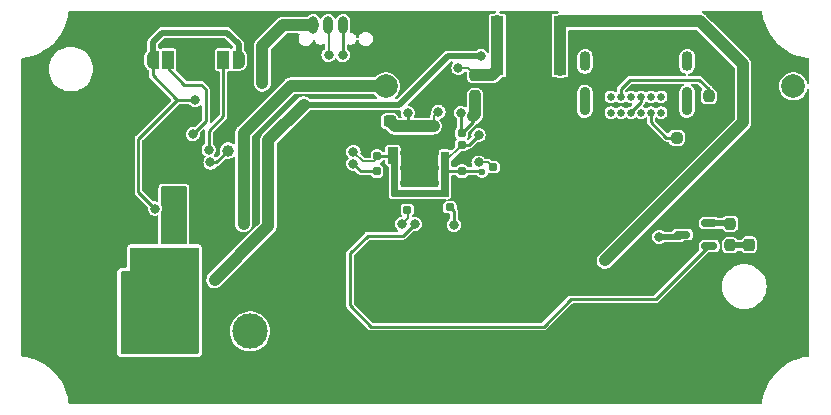
<source format=gtl>
G04 #@! TF.GenerationSoftware,KiCad,Pcbnew,7.0.5-0*
G04 #@! TF.CreationDate,2023-10-09T15:45:38-04:00*
G04 #@! TF.ProjectId,SLAPS_Solar_Harvester,534c4150-535f-4536-9f6c-61725f486172,V1.1*
G04 #@! TF.SameCoordinates,Original*
G04 #@! TF.FileFunction,Copper,L1,Top*
G04 #@! TF.FilePolarity,Positive*
%FSLAX46Y46*%
G04 Gerber Fmt 4.6, Leading zero omitted, Abs format (unit mm)*
G04 Created by KiCad (PCBNEW 7.0.5-0) date 2023-10-09 15:45:38*
%MOMM*%
%LPD*%
G01*
G04 APERTURE LIST*
G04 Aperture macros list*
%AMRoundRect*
0 Rectangle with rounded corners*
0 $1 Rounding radius*
0 $2 $3 $4 $5 $6 $7 $8 $9 X,Y pos of 4 corners*
0 Add a 4 corners polygon primitive as box body*
4,1,4,$2,$3,$4,$5,$6,$7,$8,$9,$2,$3,0*
0 Add four circle primitives for the rounded corners*
1,1,$1+$1,$2,$3*
1,1,$1+$1,$4,$5*
1,1,$1+$1,$6,$7*
1,1,$1+$1,$8,$9*
0 Add four rect primitives between the rounded corners*
20,1,$1+$1,$2,$3,$4,$5,0*
20,1,$1+$1,$4,$5,$6,$7,0*
20,1,$1+$1,$6,$7,$8,$9,0*
20,1,$1+$1,$8,$9,$2,$3,0*%
%AMFreePoly0*
4,1,19,0.550000,-0.750000,0.000000,-0.750000,0.000000,-0.744911,-0.071157,-0.744911,-0.207708,-0.704816,-0.327430,-0.627875,-0.420627,-0.520320,-0.479746,-0.390866,-0.500000,-0.250000,-0.500000,0.250000,-0.479746,0.390866,-0.420627,0.520320,-0.327430,0.627875,-0.207708,0.704816,-0.071157,0.744911,0.000000,0.744911,0.000000,0.750000,0.550000,0.750000,0.550000,-0.750000,0.550000,-0.750000,
$1*%
%AMFreePoly1*
4,1,19,0.000000,0.744911,0.071157,0.744911,0.207708,0.704816,0.327430,0.627875,0.420627,0.520320,0.479746,0.390866,0.500000,0.250000,0.500000,-0.250000,0.479746,-0.390866,0.420627,-0.520320,0.327430,-0.627875,0.207708,-0.704816,0.071157,-0.744911,0.000000,-0.744911,0.000000,-0.750000,-0.550000,-0.750000,-0.550000,0.750000,0.000000,0.750000,0.000000,0.744911,0.000000,0.744911,
$1*%
G04 Aperture macros list end*
G04 #@! TA.AperFunction,ComponentPad*
%ADD10C,2.000000*%
G04 #@! TD*
G04 #@! TA.AperFunction,SMDPad,CuDef*
%ADD11RoundRect,0.237500X-0.237500X0.250000X-0.237500X-0.250000X0.237500X-0.250000X0.237500X0.250000X0*%
G04 #@! TD*
G04 #@! TA.AperFunction,SMDPad,CuDef*
%ADD12RoundRect,0.155000X0.212500X0.155000X-0.212500X0.155000X-0.212500X-0.155000X0.212500X-0.155000X0*%
G04 #@! TD*
G04 #@! TA.AperFunction,ComponentPad*
%ADD13C,3.000000*%
G04 #@! TD*
G04 #@! TA.AperFunction,SMDPad,CuDef*
%ADD14RoundRect,0.237500X0.300000X0.237500X-0.300000X0.237500X-0.300000X-0.237500X0.300000X-0.237500X0*%
G04 #@! TD*
G04 #@! TA.AperFunction,SMDPad,CuDef*
%ADD15RoundRect,0.150000X0.512500X0.150000X-0.512500X0.150000X-0.512500X-0.150000X0.512500X-0.150000X0*%
G04 #@! TD*
G04 #@! TA.AperFunction,SMDPad,CuDef*
%ADD16R,1.000000X0.900000*%
G04 #@! TD*
G04 #@! TA.AperFunction,SMDPad,CuDef*
%ADD17RoundRect,0.237500X0.237500X-0.250000X0.237500X0.250000X-0.237500X0.250000X-0.237500X-0.250000X0*%
G04 #@! TD*
G04 #@! TA.AperFunction,SMDPad,CuDef*
%ADD18RoundRect,0.237500X-0.237500X0.287500X-0.237500X-0.287500X0.237500X-0.287500X0.237500X0.287500X0*%
G04 #@! TD*
G04 #@! TA.AperFunction,SMDPad,CuDef*
%ADD19RoundRect,0.250000X0.450000X-0.325000X0.450000X0.325000X-0.450000X0.325000X-0.450000X-0.325000X0*%
G04 #@! TD*
G04 #@! TA.AperFunction,SMDPad,CuDef*
%ADD20FreePoly0,180.000000*%
G04 #@! TD*
G04 #@! TA.AperFunction,SMDPad,CuDef*
%ADD21R,1.000000X1.500000*%
G04 #@! TD*
G04 #@! TA.AperFunction,SMDPad,CuDef*
%ADD22FreePoly1,180.000000*%
G04 #@! TD*
G04 #@! TA.AperFunction,SMDPad,CuDef*
%ADD23RoundRect,0.155000X-0.155000X0.212500X-0.155000X-0.212500X0.155000X-0.212500X0.155000X0.212500X0*%
G04 #@! TD*
G04 #@! TA.AperFunction,SMDPad,CuDef*
%ADD24RoundRect,0.155000X0.155000X-0.212500X0.155000X0.212500X-0.155000X0.212500X-0.155000X-0.212500X0*%
G04 #@! TD*
G04 #@! TA.AperFunction,SMDPad,CuDef*
%ADD25C,1.000000*%
G04 #@! TD*
G04 #@! TA.AperFunction,SMDPad,CuDef*
%ADD26RoundRect,0.237500X-0.250000X-0.237500X0.250000X-0.237500X0.250000X0.237500X-0.250000X0.237500X0*%
G04 #@! TD*
G04 #@! TA.AperFunction,SMDPad,CuDef*
%ADD27RoundRect,0.155000X-0.212500X-0.155000X0.212500X-0.155000X0.212500X0.155000X-0.212500X0.155000X0*%
G04 #@! TD*
G04 #@! TA.AperFunction,SMDPad,CuDef*
%ADD28O,0.800000X1.500000*%
G04 #@! TD*
G04 #@! TA.AperFunction,ComponentPad*
%ADD29C,0.670000*%
G04 #@! TD*
G04 #@! TA.AperFunction,ComponentPad*
%ADD30O,0.900000X2.400000*%
G04 #@! TD*
G04 #@! TA.AperFunction,ComponentPad*
%ADD31O,0.900000X1.700000*%
G04 #@! TD*
G04 #@! TA.AperFunction,SMDPad,CuDef*
%ADD32FreePoly0,0.000000*%
G04 #@! TD*
G04 #@! TA.AperFunction,SMDPad,CuDef*
%ADD33FreePoly1,0.000000*%
G04 #@! TD*
G04 #@! TA.AperFunction,ComponentPad*
%ADD34C,0.600000*%
G04 #@! TD*
G04 #@! TA.AperFunction,SMDPad,CuDef*
%ADD35R,2.500000X1.500000*%
G04 #@! TD*
G04 #@! TA.AperFunction,ComponentPad*
%ADD36C,0.700000*%
G04 #@! TD*
G04 #@! TA.AperFunction,SMDPad,CuDef*
%ADD37R,2.500000X2.500000*%
G04 #@! TD*
G04 #@! TA.AperFunction,ViaPad*
%ADD38C,0.800000*%
G04 #@! TD*
G04 #@! TA.AperFunction,ViaPad*
%ADD39C,0.600000*%
G04 #@! TD*
G04 #@! TA.AperFunction,Conductor*
%ADD40C,0.500000*%
G04 #@! TD*
G04 #@! TA.AperFunction,Conductor*
%ADD41C,0.250000*%
G04 #@! TD*
G04 #@! TA.AperFunction,Conductor*
%ADD42C,0.200000*%
G04 #@! TD*
G04 #@! TA.AperFunction,Conductor*
%ADD43C,1.000000*%
G04 #@! TD*
G04 APERTURE END LIST*
D10*
X188750440Y-96748780D03*
D11*
X181600000Y-97587500D03*
X181600000Y-99412500D03*
D12*
X156067500Y-107200000D03*
X154932500Y-107200000D03*
D13*
X134980000Y-117500000D03*
X142750000Y-117500000D03*
X170750000Y-117500000D03*
X178520000Y-117500000D03*
D11*
X183400000Y-108387500D03*
X183400000Y-110212500D03*
D14*
X154562500Y-99700000D03*
X152837500Y-99700000D03*
D10*
X159250880Y-96748780D03*
D12*
X160667500Y-101700000D03*
X159532500Y-101700000D03*
X159667500Y-107000000D03*
X158532500Y-107000000D03*
D15*
X181637500Y-110250000D03*
X181637500Y-108350000D03*
X179362500Y-109300000D03*
D16*
X165300000Y-91250000D03*
X165300000Y-95350000D03*
X163700000Y-91250000D03*
X163700000Y-95350000D03*
D17*
X161800000Y-97612500D03*
X161800000Y-95787500D03*
D18*
X185000000Y-108425000D03*
X185000000Y-110175000D03*
D19*
X136300000Y-111325000D03*
X136300000Y-109275000D03*
D20*
X137100000Y-94500000D03*
D21*
X135800000Y-94500000D03*
D22*
X134500000Y-94500000D03*
D23*
X160700000Y-103932500D03*
X160700000Y-105067500D03*
X156100000Y-100132500D03*
X156100000Y-101267500D03*
D10*
X124750060Y-96748780D03*
D24*
X153500000Y-102667500D03*
X153500000Y-101532500D03*
D25*
X140900000Y-102200000D03*
D10*
X186200000Y-101700000D03*
D26*
X178887500Y-101100000D03*
X180712500Y-101100000D03*
D27*
X163332500Y-103600000D03*
X164467500Y-103600000D03*
D28*
X148095000Y-91570500D03*
X149365000Y-91570500D03*
X150635000Y-91570500D03*
X151905000Y-91570500D03*
D10*
X154249620Y-96748780D03*
D16*
X167400000Y-95350000D03*
X167400000Y-91250000D03*
X169000000Y-95350000D03*
X169000000Y-91250000D03*
D29*
X178400000Y-99000000D03*
X177550000Y-99000000D03*
X176700000Y-99000000D03*
X175850000Y-99000000D03*
X175000000Y-99000000D03*
X174150000Y-99000000D03*
X173300000Y-99000000D03*
X172450000Y-99000000D03*
X172450000Y-97650000D03*
X173300000Y-97650000D03*
X174150000Y-97650000D03*
X175000000Y-97650000D03*
X175850000Y-97650000D03*
X176700000Y-97650000D03*
X177550000Y-97650000D03*
X178400000Y-97650000D03*
D30*
X179750000Y-98020000D03*
D31*
X179750000Y-94640000D03*
D30*
X171100000Y-98020000D03*
D31*
X171100000Y-94640000D03*
D23*
X158300000Y-100132500D03*
X158300000Y-101267500D03*
D12*
X160667500Y-100700000D03*
X159532500Y-100700000D03*
D23*
X157200000Y-100132500D03*
X157200000Y-101267500D03*
D32*
X139200000Y-94500000D03*
D21*
X140500000Y-94500000D03*
D33*
X141800000Y-94500000D03*
D23*
X153500000Y-103932500D03*
X153500000Y-105067500D03*
D34*
X129750000Y-111500000D03*
X130750000Y-111500000D03*
X131750000Y-111500000D03*
D35*
X130750000Y-111000000D03*
D34*
X129750000Y-110500000D03*
X130750000Y-110500000D03*
X131750000Y-110500000D03*
D36*
X155825000Y-104975000D03*
X157100000Y-104975000D03*
X158375000Y-104975000D03*
X155825000Y-103700000D03*
X157100000Y-103700000D03*
X158375000Y-103700000D03*
X155825000Y-102425000D03*
X157100000Y-102425000D03*
X158375000Y-102425000D03*
D34*
X136500000Y-102362500D03*
X135500000Y-102362500D03*
X134500000Y-102362500D03*
X136500000Y-103362500D03*
X135500000Y-103362500D03*
D37*
X135500000Y-103362500D03*
D34*
X134500000Y-103362500D03*
X136500000Y-104362500D03*
X135500000Y-104362500D03*
X134500000Y-104362500D03*
D38*
X138100000Y-97900000D03*
X134700000Y-107100000D03*
X151500000Y-102300000D03*
X162100000Y-100900000D03*
D39*
X162400000Y-104000000D03*
D38*
X158700000Y-98900000D03*
X151500000Y-103300000D03*
X143800000Y-96500000D03*
X161600000Y-99300000D03*
X160600000Y-99000000D03*
X177400000Y-109500000D03*
X156100000Y-99000000D03*
X155600000Y-108400000D03*
X160000000Y-108500000D03*
X162100000Y-103200000D03*
X156700000Y-108400000D03*
X150600000Y-94100000D03*
X149400000Y-94100000D03*
X160400000Y-95200000D03*
X139400000Y-103200000D03*
X140600000Y-100400000D03*
X144000000Y-90900000D03*
X161900000Y-90900000D03*
X138800000Y-91200000D03*
X133500000Y-91900000D03*
X165000000Y-93900000D03*
X163900000Y-98600000D03*
X138200000Y-95800000D03*
X150300000Y-111900000D03*
X165100000Y-92400000D03*
X142900000Y-92000000D03*
X166700000Y-96400000D03*
X167200000Y-92300000D03*
X131000000Y-92700000D03*
X140400000Y-91100000D03*
X138100000Y-93200000D03*
X132300000Y-93400000D03*
X163700000Y-111900000D03*
X135100000Y-91200000D03*
X159200000Y-116000000D03*
X150400000Y-103900000D03*
X177400000Y-102600000D03*
X169300000Y-111200000D03*
X132750000Y-100612500D03*
X137000000Y-91100000D03*
X132300000Y-91700000D03*
X161900000Y-91900000D03*
X141900000Y-91100000D03*
X161900000Y-93000000D03*
X135900000Y-107100000D03*
X136300000Y-108000000D03*
X137000000Y-107300000D03*
X172800000Y-111500000D03*
X139700000Y-113100000D03*
X162300000Y-94200000D03*
X142200000Y-108400000D03*
X137900000Y-100800000D03*
X139250000Y-102112500D03*
D40*
X135300000Y-92200000D02*
X140800000Y-92200000D01*
X140800000Y-92200000D02*
X141800000Y-93200000D01*
X134500000Y-93000000D02*
X135300000Y-92200000D01*
D41*
X134700000Y-107100000D02*
X133300000Y-105700000D01*
X133300000Y-105700000D02*
X133300000Y-101200000D01*
D40*
X134500000Y-94500000D02*
X134500000Y-93000000D01*
D41*
X133300000Y-101200000D02*
X136600000Y-97900000D01*
X134500000Y-95800000D02*
X134500000Y-94500000D01*
X136600000Y-97900000D02*
X134500000Y-95800000D01*
D40*
X141800000Y-93200000D02*
X141800000Y-94500000D01*
D41*
X136600000Y-97900000D02*
X138100000Y-97900000D01*
X162350000Y-103950000D02*
X160667500Y-103950000D01*
X153500000Y-102667500D02*
X154432500Y-102667500D01*
X154432500Y-102667500D02*
X154900000Y-102200000D01*
X161300000Y-101700000D02*
X162100000Y-100900000D01*
X160667500Y-101700000D02*
X160667500Y-101732500D01*
D42*
X160667500Y-101732500D02*
X159200000Y-103200000D01*
D41*
X159467500Y-103932500D02*
X160700000Y-103932500D01*
D42*
X151500000Y-102300000D02*
X152300000Y-103100000D01*
D41*
X162400000Y-104000000D02*
X162350000Y-103950000D01*
D42*
X153232500Y-103100000D02*
X153532500Y-102800000D01*
D41*
X160667500Y-101700000D02*
X161300000Y-101700000D01*
D42*
X152300000Y-103100000D02*
X153232500Y-103100000D01*
D40*
X179162500Y-109500000D02*
X179362500Y-109300000D01*
D41*
X160600000Y-100632500D02*
X160667500Y-100700000D01*
D42*
X162100000Y-103200000D02*
X162932500Y-103200000D01*
D43*
X145529500Y-91570500D02*
X143800000Y-93300000D01*
X161800000Y-99100000D02*
X161600000Y-99300000D01*
D41*
X160600000Y-99000000D02*
X160600000Y-100632500D01*
X160000000Y-107267500D02*
X159700000Y-106967500D01*
X152132500Y-103932500D02*
X151500000Y-103300000D01*
D42*
X158300000Y-100132500D02*
X158300000Y-99300000D01*
D43*
X158300000Y-100132500D02*
X156100000Y-100132500D01*
D41*
X156100000Y-99000000D02*
X156100000Y-100132500D01*
X161600000Y-99767500D02*
X160667500Y-100700000D01*
X160000000Y-108500000D02*
X160000000Y-107267500D01*
X153500000Y-103932500D02*
X152132500Y-103932500D01*
D43*
X156100000Y-100132500D02*
X154995000Y-100132500D01*
X161800000Y-97612500D02*
X161800000Y-99100000D01*
X148095000Y-91570500D02*
X145529500Y-91570500D01*
D40*
X177400000Y-109500000D02*
X179162500Y-109500000D01*
D41*
X161600000Y-99300000D02*
X161600000Y-99767500D01*
D42*
X162932500Y-103200000D02*
X163332500Y-103600000D01*
X155600000Y-108400000D02*
X156100000Y-107900000D01*
D43*
X143800000Y-93300000D02*
X143800000Y-96500000D01*
D42*
X158300000Y-99300000D02*
X158700000Y-98900000D01*
D43*
X154995000Y-100132500D02*
X154562500Y-99700000D01*
D42*
X156100000Y-107900000D02*
X156100000Y-107167500D01*
D40*
X184962500Y-110212500D02*
X185000000Y-110175000D01*
X183400000Y-110212500D02*
X184962500Y-110212500D01*
D41*
X152700000Y-109400000D02*
X151200000Y-110900000D01*
X177087500Y-114800000D02*
X181637500Y-110250000D01*
X151200000Y-115300000D02*
X153000000Y-117100000D01*
X151200000Y-110900000D02*
X151200000Y-115300000D01*
X167600000Y-117100000D02*
X169900000Y-114800000D01*
X153000000Y-117100000D02*
X167600000Y-117100000D01*
X156700000Y-108400000D02*
X155700000Y-109400000D01*
X169900000Y-114800000D02*
X177087500Y-114800000D01*
X155700000Y-109400000D02*
X152700000Y-109400000D01*
D40*
X183362500Y-108350000D02*
X183400000Y-108387500D01*
X181637500Y-108350000D02*
X183362500Y-108350000D01*
D41*
X150600000Y-94100000D02*
X150635000Y-94065000D01*
X150635000Y-94065000D02*
X150635000Y-91570500D01*
D42*
X149400000Y-94100000D02*
X149400000Y-91605500D01*
X149400000Y-91605500D02*
X149365000Y-91570500D01*
D41*
X176700000Y-99000000D02*
X176700000Y-99800000D01*
X178000000Y-101100000D02*
X178887500Y-101100000D01*
X176700000Y-99800000D02*
X178000000Y-101100000D01*
X174150000Y-96950000D02*
X174900000Y-96200000D01*
X180800000Y-96200000D02*
X181600000Y-97000000D01*
X174150000Y-97650000D02*
X174150000Y-96950000D01*
X181600000Y-97000000D02*
X181600000Y-97587500D01*
X174900000Y-96200000D02*
X180800000Y-96200000D01*
D43*
X161800000Y-95787500D02*
X163262500Y-95787500D01*
D42*
X161212500Y-95200000D02*
X161800000Y-95787500D01*
D43*
X163700000Y-91250000D02*
X163700000Y-95350000D01*
X163262500Y-95787500D02*
X163700000Y-95350000D01*
D42*
X160400000Y-95200000D02*
X161212500Y-95200000D01*
D41*
X139400000Y-103200000D02*
X139900000Y-103200000D01*
X139900000Y-103200000D02*
X140900000Y-102200000D01*
D43*
X184500000Y-99800000D02*
X172800000Y-111500000D01*
X184500000Y-94900000D02*
X184500000Y-99800000D01*
X169000000Y-91250000D02*
X169000000Y-95350000D01*
X180850000Y-91250000D02*
X181950000Y-92350000D01*
X169000000Y-91250000D02*
X180850000Y-91250000D01*
X181950000Y-92350000D02*
X184500000Y-94900000D01*
D40*
X162300000Y-94200000D02*
X159500000Y-94200000D01*
D43*
X144300000Y-108600000D02*
X144300000Y-101300000D01*
D40*
X155400000Y-98300000D02*
X147300000Y-98300000D01*
D43*
X139750000Y-113150000D02*
X143800000Y-109100000D01*
X144300000Y-101300000D02*
X147300000Y-98300000D01*
D40*
X159500000Y-94200000D02*
X155400000Y-98300000D01*
D43*
X143800000Y-109100000D02*
X144300000Y-108600000D01*
X154200840Y-96700000D02*
X154249620Y-96748780D01*
X142200000Y-100700000D02*
X146200000Y-96700000D01*
X146200000Y-96700000D02*
X154200840Y-96700000D01*
X142200000Y-108400000D02*
X142200000Y-100700000D01*
D41*
X137900000Y-100800000D02*
X139000000Y-99700000D01*
X138600000Y-96600000D02*
X137200000Y-96600000D01*
X137200000Y-96600000D02*
X135800000Y-95200000D01*
X139000000Y-99700000D02*
X139000000Y-97000000D01*
X135800000Y-95200000D02*
X135800000Y-94500000D01*
X139000000Y-97000000D02*
X138600000Y-96600000D01*
X140500000Y-99300000D02*
X140500000Y-94500000D01*
X139250000Y-102112500D02*
X139250000Y-100550000D01*
X139250000Y-100550000D02*
X140500000Y-99300000D01*
X175850000Y-98050000D02*
X175850000Y-97650000D01*
X175000000Y-99000000D02*
X175000000Y-98900000D01*
X175000000Y-98900000D02*
X175850000Y-98050000D01*
G04 #@! TA.AperFunction,Conductor*
G36*
X163539399Y-90400407D02*
G01*
X163575363Y-90449907D01*
X163575363Y-90511093D01*
X163539399Y-90560593D01*
X163504900Y-90576623D01*
X163449773Y-90590210D01*
X163444173Y-90592334D01*
X163443537Y-90590656D01*
X163407673Y-90599500D01*
X163180252Y-90599500D01*
X163180251Y-90599500D01*
X163180241Y-90599501D01*
X163121772Y-90611132D01*
X163121766Y-90611134D01*
X163055451Y-90655445D01*
X163055445Y-90655451D01*
X163011134Y-90721766D01*
X163011132Y-90721772D01*
X162999501Y-90780241D01*
X162999500Y-90780253D01*
X162999500Y-93833532D01*
X162980593Y-93891723D01*
X162931093Y-93927687D01*
X162869907Y-93927687D01*
X162821958Y-93893799D01*
X162728286Y-93771723D01*
X162728285Y-93771722D01*
X162728282Y-93771718D01*
X162728277Y-93771714D01*
X162728276Y-93771713D01*
X162617092Y-93686399D01*
X162602841Y-93675464D01*
X162602840Y-93675463D01*
X162602838Y-93675462D01*
X162456766Y-93614957D01*
X162456758Y-93614955D01*
X162300001Y-93594318D01*
X162299999Y-93594318D01*
X162143241Y-93614955D01*
X162143233Y-93614957D01*
X161997161Y-93675462D01*
X161959687Y-93704217D01*
X161927334Y-93729042D01*
X161869659Y-93749466D01*
X161867068Y-93749500D01*
X159528087Y-93749500D01*
X159522541Y-93749189D01*
X159482966Y-93744730D01*
X159482965Y-93744730D01*
X159461680Y-93748756D01*
X159425429Y-93755615D01*
X159423606Y-93755925D01*
X159365714Y-93764651D01*
X159358632Y-93766836D01*
X159358503Y-93766418D01*
X159356386Y-93767114D01*
X159356531Y-93767526D01*
X159349525Y-93769977D01*
X159297733Y-93797350D01*
X159296082Y-93798183D01*
X159243362Y-93823572D01*
X159237233Y-93827751D01*
X159236987Y-93827391D01*
X159235172Y-93828679D01*
X159235430Y-93829029D01*
X159229463Y-93833433D01*
X159188078Y-93874817D01*
X159186746Y-93876100D01*
X159143803Y-93915947D01*
X159139181Y-93921743D01*
X159138837Y-93921469D01*
X159130295Y-93932600D01*
X155242393Y-97820504D01*
X155187876Y-97848281D01*
X155172389Y-97849500D01*
X155079697Y-97849500D01*
X155021506Y-97830593D01*
X154985542Y-97781093D01*
X154985542Y-97719907D01*
X155012999Y-97677340D01*
X155140601Y-97561016D01*
X155274678Y-97383469D01*
X155373849Y-97184308D01*
X155434735Y-96970316D01*
X155455263Y-96748780D01*
X155434735Y-96527244D01*
X155373849Y-96313252D01*
X155274678Y-96114091D01*
X155140601Y-95936544D01*
X154976182Y-95786656D01*
X154787021Y-95669533D01*
X154579560Y-95589162D01*
X154579559Y-95589161D01*
X154579557Y-95589161D01*
X154360863Y-95548280D01*
X154138377Y-95548280D01*
X153919682Y-95589161D01*
X153908224Y-95593600D01*
X153712219Y-95669533D01*
X153523058Y-95786656D01*
X153370604Y-95925637D01*
X153358636Y-95936547D01*
X153340803Y-95960162D01*
X153290647Y-95995204D01*
X153261800Y-95999500D01*
X146222648Y-95999500D01*
X146219683Y-95999410D01*
X146193352Y-95997818D01*
X146157394Y-95995642D01*
X146096015Y-96006889D01*
X146093061Y-96007339D01*
X146031124Y-96014860D01*
X146019522Y-96019260D01*
X146002271Y-96024069D01*
X145990070Y-96026305D01*
X145990066Y-96026306D01*
X145933180Y-96051908D01*
X145930418Y-96053052D01*
X145872070Y-96075181D01*
X145872067Y-96075183D01*
X145861850Y-96082235D01*
X145846257Y-96091029D01*
X145834946Y-96096120D01*
X145834940Y-96096124D01*
X145785833Y-96134597D01*
X145783425Y-96136368D01*
X145732071Y-96171816D01*
X145690704Y-96218509D01*
X145688655Y-96220686D01*
X141720686Y-100188655D01*
X141718509Y-100190704D01*
X141671816Y-100232071D01*
X141658950Y-100250711D01*
X141636360Y-100283436D01*
X141634611Y-100285813D01*
X141615831Y-100309786D01*
X141596121Y-100334944D01*
X141596120Y-100334944D01*
X141591028Y-100346259D01*
X141582230Y-100361858D01*
X141575181Y-100372070D01*
X141575180Y-100372071D01*
X141553063Y-100430390D01*
X141551919Y-100433152D01*
X141526305Y-100490066D01*
X141526302Y-100490074D01*
X141524065Y-100502282D01*
X141519258Y-100519527D01*
X141514860Y-100531125D01*
X141507341Y-100593045D01*
X141506891Y-100595999D01*
X141495641Y-100657395D01*
X141496841Y-100677214D01*
X141499410Y-100719692D01*
X141499500Y-100722658D01*
X141499500Y-101575283D01*
X141480593Y-101633474D01*
X141431093Y-101669438D01*
X141369907Y-101669438D01*
X141334851Y-101649386D01*
X141300853Y-101619267D01*
X141300852Y-101619266D01*
X141150225Y-101540210D01*
X141150224Y-101540209D01*
X141150223Y-101540209D01*
X140985058Y-101499500D01*
X140985056Y-101499500D01*
X140814944Y-101499500D01*
X140814941Y-101499500D01*
X140649776Y-101540209D01*
X140499146Y-101619267D01*
X140371818Y-101732069D01*
X140371816Y-101732072D01*
X140283707Y-101859720D01*
X140275182Y-101872070D01*
X140214860Y-102031128D01*
X140208024Y-102087418D01*
X140194355Y-102199998D01*
X140194355Y-102200001D01*
X140215106Y-102370903D01*
X140203351Y-102430948D01*
X140186832Y-102452840D01*
X139912121Y-102727551D01*
X139857604Y-102755328D01*
X139797172Y-102745757D01*
X139781850Y-102736089D01*
X139700879Y-102673958D01*
X139666223Y-102623534D01*
X139667824Y-102562369D01*
X139682604Y-102535149D01*
X139774536Y-102415341D01*
X139835044Y-102269262D01*
X139855682Y-102112500D01*
X139835044Y-101955738D01*
X139817638Y-101913716D01*
X139774537Y-101809661D01*
X139774537Y-101809660D01*
X139710761Y-101726546D01*
X139678282Y-101684218D01*
X139678281Y-101684217D01*
X139614232Y-101635070D01*
X139579577Y-101584645D01*
X139575500Y-101556528D01*
X139575500Y-100725833D01*
X139594407Y-100667642D01*
X139604490Y-100655835D01*
X140718583Y-99541741D01*
X140721760Y-99538829D01*
X140753194Y-99512455D01*
X140773714Y-99476911D01*
X140776012Y-99473303D01*
X140799554Y-99439684D01*
X140799941Y-99438236D01*
X140809838Y-99414345D01*
X140810588Y-99413045D01*
X140813745Y-99395139D01*
X140817710Y-99372650D01*
X140818640Y-99368452D01*
X140829264Y-99328807D01*
X140825687Y-99287927D01*
X140825500Y-99283625D01*
X140825500Y-95549500D01*
X140844407Y-95491309D01*
X140893907Y-95455345D01*
X140924500Y-95450500D01*
X141019747Y-95450500D01*
X141019748Y-95450500D01*
X141078231Y-95438867D01*
X141078236Y-95438863D01*
X141087113Y-95435187D01*
X141148110Y-95430386D01*
X141162885Y-95435187D01*
X141171765Y-95438865D01*
X141171766Y-95438865D01*
X141171769Y-95438867D01*
X141250000Y-95454428D01*
X141250001Y-95454428D01*
X141871888Y-95454428D01*
X141871889Y-95454428D01*
X141929483Y-95446147D01*
X142067438Y-95405640D01*
X142120366Y-95381469D01*
X142160193Y-95355874D01*
X142241310Y-95303744D01*
X142241318Y-95303738D01*
X142241320Y-95303737D01*
X142285295Y-95265632D01*
X142350694Y-95190156D01*
X142379445Y-95156976D01*
X142379446Y-95156974D01*
X142379449Y-95156971D01*
X142410906Y-95108023D01*
X142470634Y-94977238D01*
X142487027Y-94921408D01*
X142505485Y-94793033D01*
X142507489Y-94779097D01*
X142507489Y-94720905D01*
X142505436Y-94706629D01*
X142504428Y-94692537D01*
X142504428Y-94307462D01*
X142505436Y-94293369D01*
X142507489Y-94279093D01*
X142507489Y-94220902D01*
X142487027Y-94078594D01*
X142487026Y-94078590D01*
X142470634Y-94022762D01*
X142410906Y-93891977D01*
X142410743Y-93891723D01*
X142379454Y-93843036D01*
X142379445Y-93843023D01*
X142285303Y-93734377D01*
X142285301Y-93734375D01*
X142285295Y-93734368D01*
X142284664Y-93733821D01*
X142284537Y-93733611D01*
X142282795Y-93731869D01*
X142283226Y-93731437D01*
X142253071Y-93681422D01*
X142250500Y-93659006D01*
X142250500Y-93257395D01*
X143095641Y-93257395D01*
X143097519Y-93288426D01*
X143099410Y-93319692D01*
X143099500Y-93322658D01*
X143099500Y-96542381D01*
X143112134Y-96646420D01*
X143114860Y-96668872D01*
X143175182Y-96827930D01*
X143269252Y-96964213D01*
X143271816Y-96967927D01*
X143271818Y-96967930D01*
X143275501Y-96971193D01*
X143399148Y-97080734D01*
X143549775Y-97159790D01*
X143714944Y-97200500D01*
X143714947Y-97200500D01*
X143885053Y-97200500D01*
X143885056Y-97200500D01*
X144050225Y-97159790D01*
X144200852Y-97080734D01*
X144328183Y-96967929D01*
X144424818Y-96827930D01*
X144485140Y-96668872D01*
X144500500Y-96542372D01*
X144500500Y-93631163D01*
X144519407Y-93572973D01*
X144529496Y-93561160D01*
X145790661Y-92299996D01*
X145845178Y-92272219D01*
X145860665Y-92271000D01*
X146851552Y-92271000D01*
X146909743Y-92289907D01*
X146945707Y-92339407D01*
X146945707Y-92400593D01*
X146937284Y-92419507D01*
X146935462Y-92422661D01*
X146874957Y-92568733D01*
X146874955Y-92568741D01*
X146854318Y-92725499D01*
X146854318Y-92725500D01*
X146874955Y-92882258D01*
X146874957Y-92882266D01*
X146935462Y-93028338D01*
X146935462Y-93028339D01*
X147014335Y-93131128D01*
X147031718Y-93153782D01*
X147031722Y-93153785D01*
X147031723Y-93153786D01*
X147045029Y-93163996D01*
X147157159Y-93250036D01*
X147157160Y-93250036D01*
X147157161Y-93250037D01*
X147260866Y-93292993D01*
X147303238Y-93310544D01*
X147420639Y-93326000D01*
X147420640Y-93326000D01*
X147499360Y-93326000D01*
X147499361Y-93326000D01*
X147616762Y-93310544D01*
X147762841Y-93250036D01*
X147888282Y-93153782D01*
X147984536Y-93028341D01*
X148045044Y-92882262D01*
X148048703Y-92854472D01*
X148075042Y-92799249D01*
X148128813Y-92770054D01*
X148189475Y-92778040D01*
X148233858Y-92820157D01*
X148241845Y-92839505D01*
X148270046Y-92935550D01*
X148270049Y-92935557D01*
X148347855Y-93056626D01*
X148347856Y-93056627D01*
X148347857Y-93056628D01*
X148456627Y-93150877D01*
X148560628Y-93198373D01*
X148587543Y-93210665D01*
X148694196Y-93226000D01*
X148694201Y-93226000D01*
X148765804Y-93226000D01*
X148841983Y-93215046D01*
X148872457Y-93210665D01*
X148959374Y-93170970D01*
X149020159Y-93163996D01*
X149073437Y-93194082D01*
X149098855Y-93249738D01*
X149099500Y-93261024D01*
X149099500Y-93524846D01*
X149080593Y-93583037D01*
X149060767Y-93603388D01*
X148971723Y-93671713D01*
X148971713Y-93671723D01*
X148875462Y-93797160D01*
X148875462Y-93797161D01*
X148814957Y-93943233D01*
X148814955Y-93943241D01*
X148794318Y-94099999D01*
X148794318Y-94100000D01*
X148814955Y-94256758D01*
X148814957Y-94256766D01*
X148875462Y-94402838D01*
X148875462Y-94402839D01*
X148971713Y-94528276D01*
X148971718Y-94528282D01*
X148971722Y-94528285D01*
X148971723Y-94528286D01*
X149001082Y-94550813D01*
X149097159Y-94624536D01*
X149097160Y-94624536D01*
X149097161Y-94624537D01*
X149162784Y-94651719D01*
X149243238Y-94685044D01*
X149353924Y-94699616D01*
X149399999Y-94705682D01*
X149400000Y-94705682D01*
X149400001Y-94705682D01*
X149446076Y-94699616D01*
X149556762Y-94685044D01*
X149702841Y-94624536D01*
X149828282Y-94528282D01*
X149921458Y-94406851D01*
X149971882Y-94372196D01*
X150033047Y-94373797D01*
X150078541Y-94406851D01*
X150097891Y-94432069D01*
X150162600Y-94516400D01*
X150171718Y-94528282D01*
X150171722Y-94528285D01*
X150171723Y-94528286D01*
X150201082Y-94550813D01*
X150297159Y-94624536D01*
X150297160Y-94624536D01*
X150297161Y-94624537D01*
X150362784Y-94651719D01*
X150443238Y-94685044D01*
X150553924Y-94699616D01*
X150599999Y-94705682D01*
X150600000Y-94705682D01*
X150600001Y-94705682D01*
X150646076Y-94699616D01*
X150756762Y-94685044D01*
X150902841Y-94624536D01*
X151028282Y-94528282D01*
X151124536Y-94402841D01*
X151185044Y-94256762D01*
X151205682Y-94100000D01*
X151185044Y-93943238D01*
X151176822Y-93923388D01*
X151124537Y-93797161D01*
X151124537Y-93797160D01*
X151028286Y-93671723D01*
X151028285Y-93671722D01*
X151028282Y-93671718D01*
X151028277Y-93671714D01*
X151028275Y-93671712D01*
X150999232Y-93649426D01*
X150964576Y-93599001D01*
X150960500Y-93570885D01*
X150960500Y-93288426D01*
X150979407Y-93230235D01*
X151028907Y-93194271D01*
X151090093Y-93194271D01*
X151100627Y-93198373D01*
X151110446Y-93202857D01*
X151127543Y-93210665D01*
X151145319Y-93213220D01*
X151234196Y-93226000D01*
X151234201Y-93226000D01*
X151305804Y-93226000D01*
X151394680Y-93213220D01*
X151412457Y-93210665D01*
X151543373Y-93150877D01*
X151652143Y-93056628D01*
X151729953Y-92935553D01*
X151758155Y-92839502D01*
X151792689Y-92788998D01*
X151850316Y-92768436D01*
X151909023Y-92785674D01*
X151946386Y-92834126D01*
X151951297Y-92854472D01*
X151954955Y-92882259D01*
X151954957Y-92882266D01*
X152015462Y-93028338D01*
X152015462Y-93028339D01*
X152094335Y-93131128D01*
X152111718Y-93153782D01*
X152111722Y-93153785D01*
X152111723Y-93153786D01*
X152125029Y-93163996D01*
X152237159Y-93250036D01*
X152237160Y-93250036D01*
X152237161Y-93250037D01*
X152340866Y-93292993D01*
X152383238Y-93310544D01*
X152500639Y-93326000D01*
X152500640Y-93326000D01*
X152579360Y-93326000D01*
X152579361Y-93326000D01*
X152696762Y-93310544D01*
X152842841Y-93250036D01*
X152968282Y-93153782D01*
X153064536Y-93028341D01*
X153125044Y-92882262D01*
X153145682Y-92725500D01*
X153125044Y-92568738D01*
X153064537Y-92422661D01*
X153064537Y-92422660D01*
X152968286Y-92297223D01*
X152968285Y-92297222D01*
X152968282Y-92297218D01*
X152968277Y-92297214D01*
X152968276Y-92297213D01*
X152842838Y-92200962D01*
X152696766Y-92140457D01*
X152696758Y-92140455D01*
X152579362Y-92125000D01*
X152579361Y-92125000D01*
X152500639Y-92125000D01*
X152500637Y-92125000D01*
X152383241Y-92140455D01*
X152383233Y-92140457D01*
X152237161Y-92200962D01*
X152237160Y-92200962D01*
X152111723Y-92297213D01*
X152111713Y-92297223D01*
X152015462Y-92422660D01*
X152015462Y-92422661D01*
X151954957Y-92568733D01*
X151954955Y-92568740D01*
X151951297Y-92596527D01*
X151924954Y-92651752D01*
X151871183Y-92680946D01*
X151810521Y-92672958D01*
X151766140Y-92630840D01*
X151758156Y-92611499D01*
X151729953Y-92515447D01*
X151680871Y-92439074D01*
X151652144Y-92394373D01*
X151652143Y-92394372D01*
X151543373Y-92300123D01*
X151537001Y-92297213D01*
X151412456Y-92240334D01*
X151305803Y-92224999D01*
X151302279Y-92224748D01*
X151302368Y-92223491D01*
X151248822Y-92206093D01*
X151212858Y-92156593D01*
X151212858Y-92095407D01*
X151215548Y-92088116D01*
X151220044Y-92077262D01*
X151235500Y-91959861D01*
X151235500Y-91181139D01*
X151220044Y-91063738D01*
X151177708Y-90961529D01*
X151159537Y-90917661D01*
X151159537Y-90917660D01*
X151063286Y-90792223D01*
X151063285Y-90792222D01*
X151063282Y-90792218D01*
X151063277Y-90792214D01*
X151063276Y-90792213D01*
X150937838Y-90695962D01*
X150791766Y-90635457D01*
X150791758Y-90635455D01*
X150635001Y-90614818D01*
X150634999Y-90614818D01*
X150478241Y-90635455D01*
X150478233Y-90635457D01*
X150332161Y-90695962D01*
X150332160Y-90695962D01*
X150206723Y-90792213D01*
X150206713Y-90792223D01*
X150110463Y-90917660D01*
X150091464Y-90963528D01*
X150051727Y-91010054D01*
X149992232Y-91024337D01*
X149935704Y-91000922D01*
X149908536Y-90963528D01*
X149891503Y-90922408D01*
X149889536Y-90917659D01*
X149793282Y-90792218D01*
X149793277Y-90792214D01*
X149793276Y-90792213D01*
X149667838Y-90695962D01*
X149521766Y-90635457D01*
X149521758Y-90635455D01*
X149365001Y-90614818D01*
X149364999Y-90614818D01*
X149208241Y-90635455D01*
X149208233Y-90635457D01*
X149062161Y-90695962D01*
X149062160Y-90695962D01*
X148936723Y-90792213D01*
X148936713Y-90792223D01*
X148840463Y-90917660D01*
X148821464Y-90963528D01*
X148781727Y-91010054D01*
X148722232Y-91024337D01*
X148665704Y-91000922D01*
X148638536Y-90963528D01*
X148621503Y-90922408D01*
X148619536Y-90917659D01*
X148523282Y-90792218D01*
X148523277Y-90792214D01*
X148523276Y-90792213D01*
X148397838Y-90695962D01*
X148251766Y-90635457D01*
X148251758Y-90635455D01*
X148095001Y-90614818D01*
X148094999Y-90614818D01*
X147938241Y-90635455D01*
X147938233Y-90635457D01*
X147792161Y-90695962D01*
X147792160Y-90695962D01*
X147666723Y-90792213D01*
X147666714Y-90792222D01*
X147636755Y-90831267D01*
X147586331Y-90865923D01*
X147558213Y-90870000D01*
X145552148Y-90870000D01*
X145549183Y-90869910D01*
X145522852Y-90868318D01*
X145486894Y-90866142D01*
X145425515Y-90877389D01*
X145422561Y-90877839D01*
X145360624Y-90885360D01*
X145349022Y-90889760D01*
X145331771Y-90894569D01*
X145319570Y-90896805D01*
X145319566Y-90896806D01*
X145262680Y-90922408D01*
X145259918Y-90923552D01*
X145201570Y-90945681D01*
X145201567Y-90945683D01*
X145191350Y-90952735D01*
X145175757Y-90961529D01*
X145164446Y-90966620D01*
X145164440Y-90966624D01*
X145115333Y-91005097D01*
X145112925Y-91006868D01*
X145061571Y-91042316D01*
X145020204Y-91089009D01*
X145018155Y-91091186D01*
X143320686Y-92788655D01*
X143318509Y-92790704D01*
X143271816Y-92832071D01*
X143256354Y-92854472D01*
X143236360Y-92883436D01*
X143234611Y-92885813D01*
X143232858Y-92888052D01*
X143196121Y-92934944D01*
X143196120Y-92934944D01*
X143191028Y-92946259D01*
X143182230Y-92961858D01*
X143175181Y-92972070D01*
X143175180Y-92972071D01*
X143153063Y-93030390D01*
X143151919Y-93033152D01*
X143126305Y-93090066D01*
X143126302Y-93090074D01*
X143124065Y-93102282D01*
X143119258Y-93119527D01*
X143114860Y-93131125D01*
X143107341Y-93193045D01*
X143106891Y-93195999D01*
X143095641Y-93257395D01*
X142250500Y-93257395D01*
X142250500Y-93228085D01*
X142250811Y-93222538D01*
X142253019Y-93202940D01*
X142255270Y-93182965D01*
X142244377Y-93125394D01*
X142244081Y-93123659D01*
X142235348Y-93065713D01*
X142235347Y-93065710D01*
X142233162Y-93058626D01*
X142233583Y-93058495D01*
X142232889Y-93056386D01*
X142232474Y-93056532D01*
X142230024Y-93049533D01*
X142230024Y-93049529D01*
X142202645Y-92997727D01*
X142201826Y-92996103D01*
X142186880Y-92965069D01*
X142176425Y-92943358D01*
X142176421Y-92943353D01*
X142172246Y-92937229D01*
X142172610Y-92936980D01*
X142171324Y-92935169D01*
X142170970Y-92935431D01*
X142166567Y-92929466D01*
X142166566Y-92929463D01*
X142152398Y-92915295D01*
X142125156Y-92888052D01*
X142123872Y-92886719D01*
X142084056Y-92843806D01*
X142078258Y-92839183D01*
X142078532Y-92838839D01*
X142067397Y-92830294D01*
X141138402Y-91901298D01*
X141134700Y-91897155D01*
X141109879Y-91866030D01*
X141061494Y-91833041D01*
X141059985Y-91831970D01*
X141012881Y-91797206D01*
X141006322Y-91793740D01*
X141006526Y-91793352D01*
X141004544Y-91792352D01*
X141004355Y-91792746D01*
X140997670Y-91789526D01*
X140941713Y-91772266D01*
X140939955Y-91771688D01*
X140884702Y-91752355D01*
X140884701Y-91752354D01*
X140884699Y-91752354D01*
X140884696Y-91752353D01*
X140877414Y-91750976D01*
X140877495Y-91750544D01*
X140875302Y-91750171D01*
X140875237Y-91750605D01*
X140867903Y-91749500D01*
X140867902Y-91749500D01*
X140809358Y-91749500D01*
X140807508Y-91749465D01*
X140752174Y-91747395D01*
X140748990Y-91747276D01*
X140748989Y-91747276D01*
X140741615Y-91748107D01*
X140741565Y-91747668D01*
X140727656Y-91749500D01*
X135328087Y-91749500D01*
X135322541Y-91749189D01*
X135309041Y-91747668D01*
X135282965Y-91744730D01*
X135282964Y-91744730D01*
X135282963Y-91744730D01*
X135225404Y-91755619D01*
X135223581Y-91755928D01*
X135165715Y-91764651D01*
X135158629Y-91766837D01*
X135158500Y-91766419D01*
X135156385Y-91767115D01*
X135156529Y-91767526D01*
X135149529Y-91769975D01*
X135097744Y-91797344D01*
X135096093Y-91798178D01*
X135043356Y-91823575D01*
X135037229Y-91827753D01*
X135036984Y-91827393D01*
X135035168Y-91828681D01*
X135035427Y-91829032D01*
X135029458Y-91833437D01*
X134988066Y-91874829D01*
X134986734Y-91876113D01*
X134943802Y-91915948D01*
X134939179Y-91921746D01*
X134938835Y-91921472D01*
X134930297Y-91932597D01*
X134201301Y-92661593D01*
X134197160Y-92665294D01*
X134166030Y-92690119D01*
X134166029Y-92690120D01*
X134133035Y-92738512D01*
X134131965Y-92740020D01*
X134097207Y-92787116D01*
X134093742Y-92793674D01*
X134093353Y-92793468D01*
X134092350Y-92795455D01*
X134092746Y-92795646D01*
X134089526Y-92802331D01*
X134072264Y-92858294D01*
X134071686Y-92860050D01*
X134052355Y-92915295D01*
X134050976Y-92922587D01*
X134050544Y-92922505D01*
X134050171Y-92924700D01*
X134050605Y-92924766D01*
X134049500Y-92932099D01*
X134049500Y-92990641D01*
X134049465Y-92992491D01*
X134047276Y-93051010D01*
X134048107Y-93058385D01*
X134047668Y-93058434D01*
X134049500Y-93072344D01*
X134049500Y-93659006D01*
X134030593Y-93717197D01*
X134017164Y-93731828D01*
X134017205Y-93731869D01*
X134016262Y-93732811D01*
X134015336Y-93733821D01*
X134014713Y-93734360D01*
X134014696Y-93734377D01*
X133920554Y-93843023D01*
X133920545Y-93843036D01*
X133889099Y-93891967D01*
X133889092Y-93891980D01*
X133829364Y-94022767D01*
X133812973Y-94078590D01*
X133812972Y-94078594D01*
X133792511Y-94220902D01*
X133792511Y-94279093D01*
X133794564Y-94293375D01*
X133795571Y-94307462D01*
X133795571Y-94692537D01*
X133794564Y-94706623D01*
X133792511Y-94720904D01*
X133792511Y-94779097D01*
X133812972Y-94921405D01*
X133812973Y-94921409D01*
X133826602Y-94967826D01*
X133829366Y-94977238D01*
X133859509Y-95043241D01*
X133889092Y-95108019D01*
X133889099Y-95108032D01*
X133920545Y-95156963D01*
X133920554Y-95156976D01*
X134014696Y-95265622D01*
X134014705Y-95265632D01*
X134058680Y-95303737D01*
X134129022Y-95348942D01*
X134167753Y-95396308D01*
X134174499Y-95432227D01*
X134174500Y-95783625D01*
X134174312Y-95787927D01*
X134171529Y-95819746D01*
X134170736Y-95828806D01*
X134181354Y-95868436D01*
X134182289Y-95872652D01*
X134189411Y-95913045D01*
X134190164Y-95914348D01*
X134200054Y-95938224D01*
X134200443Y-95939679D01*
X134200446Y-95939684D01*
X134205431Y-95946804D01*
X134223971Y-95973281D01*
X134226288Y-95976918D01*
X134243592Y-96006889D01*
X134246806Y-96012455D01*
X134278224Y-96038818D01*
X134281410Y-96041737D01*
X135177779Y-96938105D01*
X136069669Y-97829996D01*
X136097446Y-97884512D01*
X136087875Y-97944944D01*
X136069669Y-97970003D01*
X133081413Y-100958259D01*
X133078229Y-100961176D01*
X133046807Y-100987542D01*
X133046806Y-100987544D01*
X133026292Y-101023075D01*
X133023972Y-101026716D01*
X133000446Y-101060316D01*
X133000442Y-101060324D01*
X133000051Y-101061786D01*
X132990170Y-101085640D01*
X132989414Y-101086948D01*
X132989410Y-101086960D01*
X132982287Y-101127349D01*
X132981353Y-101131564D01*
X132970736Y-101171187D01*
X132970736Y-101171193D01*
X132974312Y-101212072D01*
X132974500Y-101216373D01*
X132974500Y-105683625D01*
X132974312Y-105687927D01*
X132971170Y-105723844D01*
X132970736Y-105728806D01*
X132981354Y-105768436D01*
X132982289Y-105772652D01*
X132989411Y-105813045D01*
X132990164Y-105814348D01*
X133000054Y-105838224D01*
X133000443Y-105839679D01*
X133000446Y-105839684D01*
X133023971Y-105873281D01*
X133026292Y-105876924D01*
X133046806Y-105912455D01*
X133078224Y-105938818D01*
X133081410Y-105941737D01*
X134076706Y-106937032D01*
X134104483Y-106991549D01*
X134104855Y-107019957D01*
X134094318Y-107099998D01*
X134094318Y-107100000D01*
X134114955Y-107256758D01*
X134114957Y-107256766D01*
X134175462Y-107402838D01*
X134175462Y-107402839D01*
X134258073Y-107510500D01*
X134271718Y-107528282D01*
X134397159Y-107624536D01*
X134397160Y-107624536D01*
X134397161Y-107624537D01*
X134439690Y-107642153D01*
X134543238Y-107685044D01*
X134653043Y-107699500D01*
X134699999Y-107705682D01*
X134700000Y-107705682D01*
X134700001Y-107705682D01*
X134746957Y-107699500D01*
X134856762Y-107685044D01*
X134857607Y-107684693D01*
X134858259Y-107684642D01*
X134863030Y-107683364D01*
X134863266Y-107684247D01*
X134918601Y-107679887D01*
X134970773Y-107711850D01*
X134994194Y-107768376D01*
X134994500Y-107776154D01*
X134994500Y-109973998D01*
X134995674Y-109984919D01*
X134983094Y-110044797D01*
X134937722Y-110085846D01*
X134897241Y-110094500D01*
X132726000Y-110094500D01*
X132682708Y-110099154D01*
X132661061Y-110101481D01*
X132623547Y-110109641D01*
X132608721Y-110112867D01*
X132608718Y-110112867D01*
X132608708Y-110112870D01*
X132570515Y-110123823D01*
X132570512Y-110123825D01*
X132473595Y-110180506D01*
X132419943Y-110226996D01*
X132419942Y-110226997D01*
X132377762Y-110271733D01*
X132326877Y-110371809D01*
X132306874Y-110439933D01*
X132294500Y-110525995D01*
X132294500Y-111995500D01*
X132275593Y-112053691D01*
X132226093Y-112089655D01*
X132195500Y-112094500D01*
X131926000Y-112094500D01*
X131882708Y-112099154D01*
X131861061Y-112101481D01*
X131823547Y-112109641D01*
X131808721Y-112112867D01*
X131808718Y-112112867D01*
X131808708Y-112112870D01*
X131770515Y-112123823D01*
X131770512Y-112123825D01*
X131673595Y-112180506D01*
X131619943Y-112226996D01*
X131619942Y-112226997D01*
X131577762Y-112271733D01*
X131526877Y-112371809D01*
X131506874Y-112439933D01*
X131494500Y-112525995D01*
X131494499Y-119273996D01*
X131501481Y-119338938D01*
X131512870Y-119391291D01*
X131523823Y-119429484D01*
X131523824Y-119429486D01*
X131523825Y-119429488D01*
X131580504Y-119526401D01*
X131580506Y-119526404D01*
X131620884Y-119573002D01*
X131626997Y-119580057D01*
X131671733Y-119622238D01*
X131771810Y-119673123D01*
X131839931Y-119693125D01*
X131868620Y-119697249D01*
X131925996Y-119705500D01*
X131926000Y-119705500D01*
X138273996Y-119705500D01*
X138274000Y-119705500D01*
X138338937Y-119698519D01*
X138391279Y-119687133D01*
X138429488Y-119676175D01*
X138526401Y-119619496D01*
X138580057Y-119573003D01*
X138622238Y-119528267D01*
X138673123Y-119428190D01*
X138693125Y-119360069D01*
X138698428Y-119323182D01*
X138705500Y-119274004D01*
X138705500Y-117500002D01*
X141044732Y-117500002D01*
X141063777Y-117754152D01*
X141063779Y-117754161D01*
X141120492Y-118002639D01*
X141213604Y-118239881D01*
X141213607Y-118239888D01*
X141341041Y-118460612D01*
X141341045Y-118460618D01*
X141341047Y-118460620D01*
X141499940Y-118659866D01*
X141499951Y-118659878D01*
X141686776Y-118833226D01*
X141686778Y-118833227D01*
X141686783Y-118833232D01*
X141897366Y-118976805D01*
X142126996Y-119087389D01*
X142370542Y-119162513D01*
X142622565Y-119200500D01*
X142622570Y-119200500D01*
X142877430Y-119200500D01*
X142877435Y-119200500D01*
X143129458Y-119162513D01*
X143373004Y-119087389D01*
X143602634Y-118976805D01*
X143813217Y-118833232D01*
X144000050Y-118659877D01*
X144158959Y-118460612D01*
X144286393Y-118239888D01*
X144379508Y-118002637D01*
X144436222Y-117754157D01*
X144455268Y-117500000D01*
X144449129Y-117418085D01*
X144436222Y-117245847D01*
X144436222Y-117245843D01*
X144379508Y-116997363D01*
X144286393Y-116760112D01*
X144158959Y-116539388D01*
X144158952Y-116539379D01*
X144000059Y-116340133D01*
X144000048Y-116340121D01*
X143813223Y-116166773D01*
X143813220Y-116166771D01*
X143813217Y-116166768D01*
X143602634Y-116023195D01*
X143373004Y-115912611D01*
X143373003Y-115912610D01*
X143129462Y-115837488D01*
X143129459Y-115837487D01*
X143129458Y-115837487D01*
X143129453Y-115837486D01*
X143129452Y-115837486D01*
X142877438Y-115799500D01*
X142877435Y-115799500D01*
X142622565Y-115799500D01*
X142622561Y-115799500D01*
X142370547Y-115837486D01*
X142370537Y-115837488D01*
X142126995Y-115912611D01*
X141897373Y-116023191D01*
X141897369Y-116023193D01*
X141897366Y-116023195D01*
X141686783Y-116166768D01*
X141686776Y-116166773D01*
X141499951Y-116340121D01*
X141499940Y-116340133D01*
X141341047Y-116539379D01*
X141341043Y-116539384D01*
X141341041Y-116539388D01*
X141279181Y-116646533D01*
X141213608Y-116760109D01*
X141213604Y-116760118D01*
X141120492Y-116997360D01*
X141063779Y-117245838D01*
X141063777Y-117245847D01*
X141044732Y-117499997D01*
X141044732Y-117500002D01*
X138705500Y-117500002D01*
X138705500Y-115328806D01*
X150870736Y-115328806D01*
X150881354Y-115368436D01*
X150882289Y-115372652D01*
X150889411Y-115413045D01*
X150890164Y-115414348D01*
X150900054Y-115438224D01*
X150900443Y-115439679D01*
X150900446Y-115439684D01*
X150923971Y-115473281D01*
X150926292Y-115476924D01*
X150946806Y-115512455D01*
X150978224Y-115538818D01*
X150981410Y-115541737D01*
X152758268Y-117318596D01*
X152761187Y-117321782D01*
X152787545Y-117353194D01*
X152823083Y-117373711D01*
X152826716Y-117376026D01*
X152860316Y-117399553D01*
X152861766Y-117399941D01*
X152885649Y-117409834D01*
X152886955Y-117410588D01*
X152927366Y-117417713D01*
X152931555Y-117418641D01*
X152971193Y-117429263D01*
X153012065Y-117425687D01*
X153016365Y-117425500D01*
X167583626Y-117425500D01*
X167587926Y-117425687D01*
X167628807Y-117429264D01*
X167668452Y-117418640D01*
X167672650Y-117417710D01*
X167713045Y-117410588D01*
X167713047Y-117410587D01*
X167714345Y-117409838D01*
X167738236Y-117399942D01*
X167738464Y-117399880D01*
X167739684Y-117399554D01*
X167773303Y-117376012D01*
X167776911Y-117373714D01*
X167812455Y-117353194D01*
X167838827Y-117321763D01*
X167841729Y-117318596D01*
X170005830Y-115154496D01*
X170060348Y-115126719D01*
X170075835Y-115125500D01*
X177071126Y-115125500D01*
X177075426Y-115125687D01*
X177116307Y-115129264D01*
X177155952Y-115118640D01*
X177160150Y-115117710D01*
X177200545Y-115110588D01*
X177201845Y-115109838D01*
X177225736Y-115099942D01*
X177225964Y-115099880D01*
X177227184Y-115099554D01*
X177260803Y-115076012D01*
X177264411Y-115073714D01*
X177299955Y-115053194D01*
X177326327Y-115021763D01*
X177329226Y-115018598D01*
X178647825Y-113699999D01*
X182713694Y-113699999D01*
X182732893Y-113968443D01*
X182790104Y-114231438D01*
X182884156Y-114483601D01*
X182884160Y-114483609D01*
X183013133Y-114719808D01*
X183121864Y-114865055D01*
X183174425Y-114935268D01*
X183364732Y-115125575D01*
X183383537Y-115139652D01*
X183580191Y-115286866D01*
X183816390Y-115415839D01*
X183816398Y-115415843D01*
X183816400Y-115415844D01*
X184068561Y-115509895D01*
X184068566Y-115509897D01*
X184331551Y-115567106D01*
X184600000Y-115586306D01*
X184868449Y-115567106D01*
X185131434Y-115509897D01*
X185383600Y-115415844D01*
X185470422Y-115368436D01*
X185619808Y-115286866D01*
X185619811Y-115286863D01*
X185619814Y-115286862D01*
X185835268Y-115125575D01*
X186025575Y-114935268D01*
X186186862Y-114719814D01*
X186186863Y-114719811D01*
X186186866Y-114719808D01*
X186308701Y-114496682D01*
X186315844Y-114483600D01*
X186409897Y-114231434D01*
X186467106Y-113968449D01*
X186486306Y-113700000D01*
X186467106Y-113431551D01*
X186409897Y-113168566D01*
X186315844Y-112916400D01*
X186315839Y-112916390D01*
X186186866Y-112680191D01*
X186131897Y-112606762D01*
X186025575Y-112464732D01*
X185835268Y-112274425D01*
X185709807Y-112180506D01*
X185619808Y-112113133D01*
X185383609Y-111984160D01*
X185383601Y-111984156D01*
X185131437Y-111890104D01*
X185131439Y-111890104D01*
X185072746Y-111877336D01*
X184868449Y-111832894D01*
X184868446Y-111832893D01*
X184868443Y-111832893D01*
X184600000Y-111813694D01*
X184331556Y-111832893D01*
X184068561Y-111890104D01*
X183816398Y-111984156D01*
X183816390Y-111984160D01*
X183580191Y-112113133D01*
X183364734Y-112274423D01*
X183174423Y-112464734D01*
X183013133Y-112680191D01*
X182884160Y-112916390D01*
X182884156Y-112916398D01*
X182790104Y-113168561D01*
X182732893Y-113431556D01*
X182713694Y-113699999D01*
X178647825Y-113699999D01*
X181568329Y-110779496D01*
X181622847Y-110751719D01*
X181638334Y-110750500D01*
X182183257Y-110750500D01*
X182183260Y-110750500D01*
X182251393Y-110740573D01*
X182356483Y-110689198D01*
X182439198Y-110606483D01*
X182483791Y-110515266D01*
X182724500Y-110515266D01*
X182727274Y-110544844D01*
X182727276Y-110544852D01*
X182770884Y-110669476D01*
X182831582Y-110751719D01*
X182849289Y-110775711D01*
X182849292Y-110775713D01*
X182849293Y-110775714D01*
X182955523Y-110854115D01*
X182955524Y-110854115D01*
X182955525Y-110854116D01*
X183080151Y-110897725D01*
X183107441Y-110900284D01*
X183109733Y-110900499D01*
X183109738Y-110900500D01*
X183109744Y-110900500D01*
X183690262Y-110900500D01*
X183690265Y-110900499D01*
X183719849Y-110897725D01*
X183844475Y-110854116D01*
X183950711Y-110775711D01*
X184004218Y-110703210D01*
X184053984Y-110667619D01*
X184083872Y-110663000D01*
X184316128Y-110663000D01*
X184374319Y-110681907D01*
X184395779Y-110703207D01*
X184449289Y-110775711D01*
X184449292Y-110775713D01*
X184449293Y-110775714D01*
X184555523Y-110854115D01*
X184555524Y-110854115D01*
X184555525Y-110854116D01*
X184680151Y-110897725D01*
X184707441Y-110900284D01*
X184709733Y-110900499D01*
X184709738Y-110900500D01*
X184709744Y-110900500D01*
X185290262Y-110900500D01*
X185290265Y-110900499D01*
X185319849Y-110897725D01*
X185444475Y-110854116D01*
X185550711Y-110775711D01*
X185629116Y-110669475D01*
X185672725Y-110544849D01*
X185675500Y-110515256D01*
X185675500Y-109834744D01*
X185675500Y-109834743D01*
X185675500Y-109834738D01*
X185675499Y-109834733D01*
X185672725Y-109805155D01*
X185672725Y-109805151D01*
X185629116Y-109680525D01*
X185629113Y-109680521D01*
X185550714Y-109574293D01*
X185550713Y-109574292D01*
X185550711Y-109574289D01*
X185550706Y-109574285D01*
X185444476Y-109495884D01*
X185319852Y-109452276D01*
X185319851Y-109452275D01*
X185319849Y-109452275D01*
X185319847Y-109452274D01*
X185319844Y-109452274D01*
X185290266Y-109449500D01*
X185290256Y-109449500D01*
X184709744Y-109449500D01*
X184709733Y-109449500D01*
X184680155Y-109452274D01*
X184680147Y-109452276D01*
X184555523Y-109495884D01*
X184449293Y-109574285D01*
X184449285Y-109574293D01*
X184370885Y-109680521D01*
X184370883Y-109680525D01*
X184365574Y-109695699D01*
X184328508Y-109744379D01*
X184272130Y-109762000D01*
X184083872Y-109762000D01*
X184025681Y-109743093D01*
X184004220Y-109721792D01*
X183950711Y-109649289D01*
X183950706Y-109649285D01*
X183844476Y-109570884D01*
X183719852Y-109527276D01*
X183719851Y-109527275D01*
X183719849Y-109527275D01*
X183719847Y-109527274D01*
X183719844Y-109527274D01*
X183690266Y-109524500D01*
X183690256Y-109524500D01*
X183109744Y-109524500D01*
X183109733Y-109524500D01*
X183080155Y-109527274D01*
X183080147Y-109527276D01*
X182955523Y-109570884D01*
X182849293Y-109649285D01*
X182849285Y-109649293D01*
X182770884Y-109755523D01*
X182727276Y-109880147D01*
X182727274Y-109880155D01*
X182724500Y-109909733D01*
X182724500Y-110515266D01*
X182483791Y-110515266D01*
X182490573Y-110501393D01*
X182500500Y-110433260D01*
X182500500Y-110066740D01*
X182490573Y-109998607D01*
X182483881Y-109984919D01*
X182457825Y-109931620D01*
X182439198Y-109893517D01*
X182356483Y-109810802D01*
X182344924Y-109805151D01*
X182251395Y-109759427D01*
X182224139Y-109755456D01*
X182183260Y-109749500D01*
X181091740Y-109749500D01*
X181057673Y-109754463D01*
X181023604Y-109759427D01*
X180918518Y-109810801D01*
X180835801Y-109893518D01*
X180784427Y-109998604D01*
X180784427Y-109998607D01*
X180774500Y-110066740D01*
X180774500Y-110433260D01*
X180778551Y-110461061D01*
X180784427Y-110501395D01*
X180799795Y-110532830D01*
X180808366Y-110593412D01*
X180780858Y-110646314D01*
X176981670Y-114445504D01*
X176927153Y-114473281D01*
X176911666Y-114474500D01*
X169916366Y-114474500D01*
X169912065Y-114474312D01*
X169875726Y-114471133D01*
X169871194Y-114470737D01*
X169871189Y-114470737D01*
X169831570Y-114481353D01*
X169827354Y-114482288D01*
X169786956Y-114489411D01*
X169786948Y-114489414D01*
X169785640Y-114490170D01*
X169761786Y-114500051D01*
X169760324Y-114500442D01*
X169760314Y-114500447D01*
X169726716Y-114523971D01*
X169723075Y-114526290D01*
X169687545Y-114546804D01*
X169661186Y-114578218D01*
X169658268Y-114581402D01*
X167494170Y-116745504D01*
X167439653Y-116773281D01*
X167424166Y-116774500D01*
X153175835Y-116774500D01*
X153117644Y-116755593D01*
X153105831Y-116745504D01*
X151554496Y-115194169D01*
X151526719Y-115139652D01*
X151525500Y-115124165D01*
X151525500Y-111075834D01*
X151544407Y-111017643D01*
X151554496Y-111005830D01*
X152805831Y-109754496D01*
X152860348Y-109726719D01*
X152875835Y-109725500D01*
X155683626Y-109725500D01*
X155687926Y-109725687D01*
X155728807Y-109729264D01*
X155768452Y-109718640D01*
X155772650Y-109717710D01*
X155813045Y-109710588D01*
X155814345Y-109709838D01*
X155838236Y-109699942D01*
X155838464Y-109699880D01*
X155839684Y-109699554D01*
X155873303Y-109676012D01*
X155876911Y-109673714D01*
X155912455Y-109653194D01*
X155938838Y-109621750D01*
X155941726Y-109618598D01*
X156537034Y-109023290D01*
X156591549Y-108995515D01*
X156619952Y-108995143D01*
X156700000Y-109005682D01*
X156856762Y-108985044D01*
X157002841Y-108924536D01*
X157128282Y-108828282D01*
X157224536Y-108702841D01*
X157285044Y-108556762D01*
X157305682Y-108400000D01*
X157285044Y-108243238D01*
X157265958Y-108197160D01*
X157224537Y-108097161D01*
X157224537Y-108097160D01*
X157128286Y-107971723D01*
X157128285Y-107971722D01*
X157128282Y-107971718D01*
X157128277Y-107971714D01*
X157128276Y-107971713D01*
X157057104Y-107917101D01*
X157002841Y-107875464D01*
X157002840Y-107875463D01*
X157002838Y-107875462D01*
X156856766Y-107814957D01*
X156856758Y-107814955D01*
X156700001Y-107794318D01*
X156699999Y-107794318D01*
X156578524Y-107810310D01*
X156518363Y-107799160D01*
X156476246Y-107754777D01*
X156468260Y-107694115D01*
X156495597Y-107642155D01*
X156573324Y-107564429D01*
X156625433Y-107457840D01*
X156635500Y-107388742D01*
X156635500Y-107011258D01*
X156625433Y-106942160D01*
X156573324Y-106835571D01*
X156489429Y-106751676D01*
X156489427Y-106751675D01*
X156489426Y-106751674D01*
X156433813Y-106724486D01*
X156382840Y-106699567D01*
X156313742Y-106689500D01*
X155821258Y-106689500D01*
X155752160Y-106699567D01*
X155645573Y-106751674D01*
X155561674Y-106835573D01*
X155512074Y-106937032D01*
X155509567Y-106942160D01*
X155500486Y-107004496D01*
X155499500Y-107011261D01*
X155499500Y-107388738D01*
X155499499Y-107388738D01*
X155509567Y-107457839D01*
X155561674Y-107564426D01*
X155561675Y-107564427D01*
X155561676Y-107564429D01*
X155627327Y-107630080D01*
X155655103Y-107684595D01*
X155645532Y-107745027D01*
X155602267Y-107788292D01*
X155570244Y-107798235D01*
X155443241Y-107814955D01*
X155443233Y-107814957D01*
X155297161Y-107875462D01*
X155297160Y-107875462D01*
X155171723Y-107971713D01*
X155171713Y-107971723D01*
X155075462Y-108097160D01*
X155075462Y-108097161D01*
X155014957Y-108243233D01*
X155014955Y-108243241D01*
X154994318Y-108399999D01*
X154994318Y-108400000D01*
X155014955Y-108556758D01*
X155014957Y-108556766D01*
X155075462Y-108702838D01*
X155075462Y-108702839D01*
X155164908Y-108819407D01*
X155171718Y-108828282D01*
X155223732Y-108868194D01*
X155261219Y-108896958D01*
X155295875Y-108947382D01*
X155294274Y-109008546D01*
X155257027Y-109057088D01*
X155200952Y-109074500D01*
X152716363Y-109074500D01*
X152712062Y-109074312D01*
X152671193Y-109070737D01*
X152671189Y-109070737D01*
X152631570Y-109081353D01*
X152627354Y-109082288D01*
X152586956Y-109089411D01*
X152586948Y-109089414D01*
X152585640Y-109090170D01*
X152561786Y-109100051D01*
X152560324Y-109100442D01*
X152560314Y-109100447D01*
X152526716Y-109123971D01*
X152523075Y-109126290D01*
X152487545Y-109146804D01*
X152461186Y-109178218D01*
X152458268Y-109181402D01*
X150981413Y-110658258D01*
X150978229Y-110661176D01*
X150946807Y-110687542D01*
X150946806Y-110687544D01*
X150926292Y-110723075D01*
X150923972Y-110726716D01*
X150900446Y-110760316D01*
X150900442Y-110760324D01*
X150900051Y-110761786D01*
X150890170Y-110785640D01*
X150889414Y-110786948D01*
X150889410Y-110786960D01*
X150882287Y-110827349D01*
X150881353Y-110831564D01*
X150870736Y-110871187D01*
X150870736Y-110871193D01*
X150874312Y-110912072D01*
X150874500Y-110916373D01*
X150874500Y-115283625D01*
X150874312Y-115287927D01*
X150871170Y-115323844D01*
X150870736Y-115328806D01*
X138705500Y-115328806D01*
X138705500Y-110526003D01*
X138704346Y-110515266D01*
X138698519Y-110461063D01*
X138687133Y-110408721D01*
X138676175Y-110370512D01*
X138619496Y-110273599D01*
X138617879Y-110271733D01*
X138573003Y-110219943D01*
X138573002Y-110219942D01*
X138570447Y-110217532D01*
X138528267Y-110177762D01*
X138428190Y-110126877D01*
X138417789Y-110123823D01*
X138360066Y-110106874D01*
X138274004Y-110094500D01*
X138274000Y-110094500D01*
X137702427Y-110094500D01*
X137644236Y-110075593D01*
X137608272Y-110026093D01*
X137604435Y-109981409D01*
X137605500Y-109974002D01*
X137605500Y-107304633D01*
X137605682Y-107301855D01*
X137605682Y-107298148D01*
X137605500Y-107295369D01*
X137605500Y-105326004D01*
X137605499Y-105325995D01*
X137600804Y-105282319D01*
X137589418Y-105229977D01*
X137586930Y-105219797D01*
X137543921Y-105139084D01*
X137497428Y-105085428D01*
X137479835Y-105067473D01*
X137400017Y-105022826D01*
X137358331Y-105010586D01*
X137331893Y-105002823D01*
X137274004Y-104994500D01*
X137274000Y-104994500D01*
X135326000Y-104994500D01*
X135289599Y-104998413D01*
X135282318Y-104999196D01*
X135266865Y-105002557D01*
X135229977Y-105010582D01*
X135229957Y-105010586D01*
X135229961Y-105010586D01*
X135219795Y-105013070D01*
X135139085Y-105056078D01*
X135139081Y-105056081D01*
X135085430Y-105102569D01*
X135067474Y-105120163D01*
X135022826Y-105199982D01*
X135002823Y-105268106D01*
X134994500Y-105325995D01*
X134994500Y-106423845D01*
X134975593Y-106482036D01*
X134926093Y-106518000D01*
X134864907Y-106518000D01*
X134857621Y-106515312D01*
X134857286Y-106515173D01*
X134856763Y-106514956D01*
X134856758Y-106514955D01*
X134700001Y-106494318D01*
X134699998Y-106494318D01*
X134619957Y-106504855D01*
X134559797Y-106493705D01*
X134537032Y-106476706D01*
X133654495Y-105594169D01*
X133626718Y-105539652D01*
X133625499Y-105524165D01*
X133625499Y-103453193D01*
X133625499Y-101375830D01*
X133644406Y-101317643D01*
X133654489Y-101305836D01*
X136705829Y-98254496D01*
X136760347Y-98226719D01*
X136775834Y-98225500D01*
X137544030Y-98225500D01*
X137602221Y-98244407D01*
X137622570Y-98264231D01*
X137671718Y-98328282D01*
X137797159Y-98424536D01*
X137797160Y-98424536D01*
X137797161Y-98424537D01*
X137926918Y-98478284D01*
X137943238Y-98485044D01*
X138060809Y-98500522D01*
X138099999Y-98505682D01*
X138100000Y-98505682D01*
X138100001Y-98505682D01*
X138131352Y-98501554D01*
X138256762Y-98485044D01*
X138402841Y-98424536D01*
X138515235Y-98338292D01*
X138572908Y-98317870D01*
X138631574Y-98335247D01*
X138668821Y-98383789D01*
X138674500Y-98416836D01*
X138674500Y-99524165D01*
X138655593Y-99582356D01*
X138645504Y-99594169D01*
X138062966Y-100176706D01*
X138008449Y-100204483D01*
X137980040Y-100204855D01*
X137900001Y-100194318D01*
X137899999Y-100194318D01*
X137743241Y-100214955D01*
X137743233Y-100214957D01*
X137597161Y-100275462D01*
X137597160Y-100275462D01*
X137471723Y-100371713D01*
X137471713Y-100371723D01*
X137375462Y-100497160D01*
X137375462Y-100497161D01*
X137314957Y-100643233D01*
X137314955Y-100643241D01*
X137294318Y-100799999D01*
X137294318Y-100800000D01*
X137314955Y-100956758D01*
X137314957Y-100956766D01*
X137375462Y-101102838D01*
X137375462Y-101102839D01*
X137461900Y-101215487D01*
X137471718Y-101228282D01*
X137597159Y-101324536D01*
X137597160Y-101324536D01*
X137597161Y-101324537D01*
X137666343Y-101353193D01*
X137743238Y-101385044D01*
X137853453Y-101399554D01*
X137899999Y-101405682D01*
X137900000Y-101405682D01*
X137900001Y-101405682D01*
X137946547Y-101399554D01*
X138056762Y-101385044D01*
X138202841Y-101324536D01*
X138328282Y-101228282D01*
X138424536Y-101102841D01*
X138485044Y-100956762D01*
X138505682Y-100800000D01*
X138495143Y-100719956D01*
X138506292Y-100659799D01*
X138523289Y-100637035D01*
X138762553Y-100397771D01*
X138817068Y-100369996D01*
X138877500Y-100379567D01*
X138920765Y-100422832D01*
X138930336Y-100483264D01*
X138928182Y-100493398D01*
X138920736Y-100521187D01*
X138920736Y-100521193D01*
X138924312Y-100562072D01*
X138924500Y-100566373D01*
X138924500Y-101556528D01*
X138905593Y-101614719D01*
X138885768Y-101635070D01*
X138821718Y-101684217D01*
X138725462Y-101809660D01*
X138725462Y-101809661D01*
X138664957Y-101955733D01*
X138664955Y-101955741D01*
X138644318Y-102112499D01*
X138644318Y-102112500D01*
X138664955Y-102269258D01*
X138664957Y-102269266D01*
X138725462Y-102415338D01*
X138725462Y-102415339D01*
X138821713Y-102540776D01*
X138821718Y-102540782D01*
X138947159Y-102637036D01*
X138947160Y-102637036D01*
X138949121Y-102638541D01*
X138983777Y-102688965D01*
X138982176Y-102750129D01*
X138967396Y-102777350D01*
X138875462Y-102897160D01*
X138875462Y-102897161D01*
X138814957Y-103043233D01*
X138814955Y-103043241D01*
X138794318Y-103199999D01*
X138794318Y-103200000D01*
X138814955Y-103356758D01*
X138814957Y-103356766D01*
X138875462Y-103502838D01*
X138875462Y-103502839D01*
X138968582Y-103624195D01*
X138971718Y-103628282D01*
X139097159Y-103724536D01*
X139097160Y-103724536D01*
X139097161Y-103724537D01*
X139106212Y-103728286D01*
X139243238Y-103785044D01*
X139360809Y-103800522D01*
X139399999Y-103805682D01*
X139400000Y-103805682D01*
X139400001Y-103805682D01*
X139431352Y-103801554D01*
X139556762Y-103785044D01*
X139702841Y-103724536D01*
X139828282Y-103628282D01*
X139877451Y-103564202D01*
X139927872Y-103529548D01*
X139930246Y-103528878D01*
X139968452Y-103518640D01*
X139972645Y-103517711D01*
X140013045Y-103510588D01*
X140013074Y-103510571D01*
X140014345Y-103509838D01*
X140038236Y-103499942D01*
X140038464Y-103499880D01*
X140039684Y-103499554D01*
X140073303Y-103476012D01*
X140076911Y-103473714D01*
X140112455Y-103453194D01*
X140138838Y-103421750D01*
X140141726Y-103418598D01*
X140651018Y-102909306D01*
X140705533Y-102881531D01*
X140744709Y-102883188D01*
X140814944Y-102900500D01*
X140814947Y-102900500D01*
X140985053Y-102900500D01*
X140985056Y-102900500D01*
X141150225Y-102859790D01*
X141300852Y-102780734D01*
X141334851Y-102750613D01*
X141390944Y-102726178D01*
X141450688Y-102739380D01*
X141491262Y-102785178D01*
X141499500Y-102824716D01*
X141499500Y-108442381D01*
X141506497Y-108499999D01*
X141514860Y-108568872D01*
X141575182Y-108727930D01*
X141671817Y-108867929D01*
X141799148Y-108980734D01*
X141949775Y-109059790D01*
X142114944Y-109100500D01*
X142114947Y-109100500D01*
X142285053Y-109100500D01*
X142285056Y-109100500D01*
X142450225Y-109059790D01*
X142600852Y-108980734D01*
X142728183Y-108867929D01*
X142824818Y-108727930D01*
X142885140Y-108568872D01*
X142900500Y-108442372D01*
X142900500Y-101031163D01*
X142919407Y-100972973D01*
X142929490Y-100961166D01*
X146461161Y-97429496D01*
X146515678Y-97401719D01*
X146531165Y-97400500D01*
X147232801Y-97400500D01*
X147268209Y-97412004D01*
X147307631Y-97400500D01*
X153188127Y-97400500D01*
X153246318Y-97419407D01*
X153267128Y-97439836D01*
X153358639Y-97561016D01*
X153486240Y-97677340D01*
X153516505Y-97730514D01*
X153509734Y-97791323D01*
X153468514Y-97836540D01*
X153419543Y-97849500D01*
X147881165Y-97849500D01*
X147822974Y-97830593D01*
X147811162Y-97820504D01*
X147735187Y-97744530D01*
X147735185Y-97744528D01*
X147624040Y-97677338D01*
X147589607Y-97656522D01*
X147589605Y-97656521D01*
X147492631Y-97626304D01*
X147427196Y-97605914D01*
X147427193Y-97605913D01*
X147427192Y-97605913D01*
X147301653Y-97598319D01*
X147273300Y-97587172D01*
X147250646Y-97596878D01*
X147090072Y-97626304D01*
X147090067Y-97626305D01*
X146934943Y-97696122D01*
X146834639Y-97774705D01*
X146834636Y-97774707D01*
X143820686Y-100788655D01*
X143818509Y-100790704D01*
X143771816Y-100832071D01*
X143768513Y-100836857D01*
X143736360Y-100883436D01*
X143734611Y-100885813D01*
X143707296Y-100920679D01*
X143696121Y-100934944D01*
X143696120Y-100934944D01*
X143691028Y-100946259D01*
X143682230Y-100961858D01*
X143675181Y-100972070D01*
X143675180Y-100972071D01*
X143653063Y-101030390D01*
X143651919Y-101033152D01*
X143626305Y-101090066D01*
X143626302Y-101090074D01*
X143624065Y-101102282D01*
X143619258Y-101119527D01*
X143614860Y-101131125D01*
X143607341Y-101193045D01*
X143606891Y-101195999D01*
X143595641Y-101257395D01*
X143597067Y-101280956D01*
X143599410Y-101319692D01*
X143599500Y-101322658D01*
X143599500Y-108268834D01*
X143580593Y-108327025D01*
X143570504Y-108338837D01*
X143334633Y-108574709D01*
X139224707Y-112684636D01*
X139224705Y-112684639D01*
X139146122Y-112784943D01*
X139076305Y-112940066D01*
X139076304Y-112940071D01*
X139045641Y-113107392D01*
X139055913Y-113277191D01*
X139055913Y-113277193D01*
X139055914Y-113277196D01*
X139078570Y-113349904D01*
X139106521Y-113439605D01*
X139106522Y-113439607D01*
X139171914Y-113547777D01*
X139194528Y-113585185D01*
X139314815Y-113705472D01*
X139460394Y-113793478D01*
X139622804Y-113844086D01*
X139792606Y-113854358D01*
X139792606Y-113854357D01*
X139792607Y-113854358D01*
X139826071Y-113848225D01*
X139959932Y-113823695D01*
X140115057Y-113753878D01*
X140215367Y-113675290D01*
X144325290Y-109565367D01*
X144779327Y-109111328D01*
X144781466Y-109109315D01*
X144828183Y-109067929D01*
X144863653Y-109016540D01*
X144865373Y-109014202D01*
X144903878Y-108965056D01*
X144908966Y-108953748D01*
X144917769Y-108938140D01*
X144924818Y-108927930D01*
X144946951Y-108869565D01*
X144948077Y-108866848D01*
X144973695Y-108809931D01*
X144975931Y-108797723D01*
X144980745Y-108780459D01*
X144985140Y-108768872D01*
X144992660Y-108706933D01*
X144993105Y-108704008D01*
X145004358Y-108642606D01*
X145000589Y-108580307D01*
X145000500Y-108577340D01*
X145000500Y-103300000D01*
X150894318Y-103300000D01*
X150914955Y-103456758D01*
X150914957Y-103456766D01*
X150975462Y-103602838D01*
X150975462Y-103602839D01*
X151068844Y-103724537D01*
X151071718Y-103728282D01*
X151197159Y-103824536D01*
X151343238Y-103885044D01*
X151500000Y-103905682D01*
X151580041Y-103895143D01*
X151640199Y-103906292D01*
X151662966Y-103923292D01*
X151890757Y-104151084D01*
X151893675Y-104154269D01*
X151920044Y-104185693D01*
X151920045Y-104185694D01*
X151955573Y-104206206D01*
X151959212Y-104208525D01*
X151992811Y-104232051D01*
X151992813Y-104232052D01*
X151992816Y-104232054D01*
X151994267Y-104232442D01*
X152018159Y-104242340D01*
X152018686Y-104242643D01*
X152019455Y-104243088D01*
X152059851Y-104250210D01*
X152064048Y-104251140D01*
X152103693Y-104261764D01*
X152144573Y-104258187D01*
X152148874Y-104258000D01*
X152942735Y-104258000D01*
X153000926Y-104276907D01*
X153031675Y-104313519D01*
X153051672Y-104354423D01*
X153051674Y-104354426D01*
X153051675Y-104354427D01*
X153051676Y-104354429D01*
X153135571Y-104438324D01*
X153242160Y-104490433D01*
X153311258Y-104500500D01*
X153311261Y-104500500D01*
X153688738Y-104500500D01*
X153688742Y-104500500D01*
X153757840Y-104490433D01*
X153864429Y-104438324D01*
X153948324Y-104354429D01*
X154000433Y-104247840D01*
X154010500Y-104178742D01*
X154010500Y-103686258D01*
X154000433Y-103617160D01*
X153948324Y-103510571D01*
X153864429Y-103426676D01*
X153864427Y-103426675D01*
X153864426Y-103426674D01*
X153813175Y-103401619D01*
X153787239Y-103388939D01*
X153743267Y-103346398D01*
X153732697Y-103286132D01*
X153759569Y-103231164D01*
X153787238Y-103211060D01*
X153864429Y-103173324D01*
X153948324Y-103089429D01*
X153957533Y-103070593D01*
X153968325Y-103048519D01*
X154010868Y-103004545D01*
X154057265Y-102993000D01*
X154095500Y-102993000D01*
X154153691Y-103011907D01*
X154189655Y-103061407D01*
X154194500Y-103092000D01*
X154194500Y-103220504D01*
X154194890Y-103229437D01*
X154196557Y-103248487D01*
X154196559Y-103248500D01*
X154223305Y-103333328D01*
X154223308Y-103333336D01*
X154223311Y-103333342D01*
X154223312Y-103333343D01*
X154252034Y-103383092D01*
X154252038Y-103383098D01*
X154282897Y-103423838D01*
X154328353Y-103453195D01*
X154359722Y-103473455D01*
X154413716Y-103493107D01*
X154413726Y-103493108D01*
X154417887Y-103494224D01*
X154417542Y-103495511D01*
X154466696Y-103521631D01*
X154493533Y-103576617D01*
X154494500Y-103590421D01*
X154494500Y-106020504D01*
X154494890Y-106029437D01*
X154496557Y-106048487D01*
X154496559Y-106048500D01*
X154523305Y-106133328D01*
X154523308Y-106133336D01*
X154523311Y-106133342D01*
X154523312Y-106133343D01*
X154552034Y-106183092D01*
X154552038Y-106183098D01*
X154582897Y-106223838D01*
X154620255Y-106247965D01*
X154659722Y-106273455D01*
X154713716Y-106293107D01*
X154784000Y-106305500D01*
X154784001Y-106305500D01*
X159324486Y-106305500D01*
X159382677Y-106324407D01*
X159418641Y-106373907D01*
X159418641Y-106435093D01*
X159382677Y-106484593D01*
X159353715Y-106499087D01*
X159352160Y-106499567D01*
X159245573Y-106551674D01*
X159161674Y-106635573D01*
X159109567Y-106742160D01*
X159099500Y-106811261D01*
X159099500Y-107188738D01*
X159099499Y-107188738D01*
X159100699Y-107196974D01*
X159109567Y-107257840D01*
X159121238Y-107281713D01*
X159161674Y-107364426D01*
X159161675Y-107364427D01*
X159161676Y-107364429D01*
X159245571Y-107448324D01*
X159352160Y-107500433D01*
X159421258Y-107510500D01*
X159575500Y-107510500D01*
X159633691Y-107529407D01*
X159669655Y-107578907D01*
X159674500Y-107609500D01*
X159674500Y-107944028D01*
X159655593Y-108002219D01*
X159635768Y-108022570D01*
X159571718Y-108071717D01*
X159475462Y-108197160D01*
X159475462Y-108197161D01*
X159414957Y-108343233D01*
X159414955Y-108343241D01*
X159394318Y-108499999D01*
X159394318Y-108500000D01*
X159414955Y-108656758D01*
X159414957Y-108656766D01*
X159475462Y-108802838D01*
X159475462Y-108802839D01*
X159568844Y-108924537D01*
X159571718Y-108928282D01*
X159571722Y-108928285D01*
X159571723Y-108928286D01*
X159591573Y-108943517D01*
X159697159Y-109024536D01*
X159697160Y-109024536D01*
X159697161Y-109024537D01*
X159820194Y-109075499D01*
X159843238Y-109085044D01*
X159957228Y-109100051D01*
X159999999Y-109105682D01*
X160000000Y-109105682D01*
X160000001Y-109105682D01*
X160039764Y-109100447D01*
X160156762Y-109085044D01*
X160302841Y-109024536D01*
X160428282Y-108928282D01*
X160524536Y-108802841D01*
X160585044Y-108656762D01*
X160605682Y-108500000D01*
X160585044Y-108343238D01*
X160524537Y-108197161D01*
X160524537Y-108197160D01*
X160476409Y-108134438D01*
X160428282Y-108071718D01*
X160406692Y-108055151D01*
X160364232Y-108022570D01*
X160329577Y-107972145D01*
X160325500Y-107944028D01*
X160325500Y-107283873D01*
X160325687Y-107279572D01*
X160329264Y-107238693D01*
X160318640Y-107199048D01*
X160317710Y-107194848D01*
X160310588Y-107154455D01*
X160309840Y-107153159D01*
X160299942Y-107129267D01*
X160299554Y-107127816D01*
X160276014Y-107094197D01*
X160273715Y-107090589D01*
X160253194Y-107055045D01*
X160253193Y-107055044D01*
X160248863Y-107047544D01*
X160252175Y-107045631D01*
X160235718Y-107004496D01*
X160235500Y-106997925D01*
X160235500Y-106811261D01*
X160235500Y-106811258D01*
X160225433Y-106742160D01*
X160173324Y-106635571D01*
X160089429Y-106551676D01*
X160089427Y-106551675D01*
X160089426Y-106551674D01*
X160033813Y-106524486D01*
X159982840Y-106499567D01*
X159913742Y-106489500D01*
X159601607Y-106489500D01*
X159543416Y-106470593D01*
X159507452Y-106421093D01*
X159507452Y-106359907D01*
X159543416Y-106310407D01*
X159571838Y-106296082D01*
X159633336Y-106276692D01*
X159683098Y-106247962D01*
X159723836Y-106217104D01*
X159723836Y-106217103D01*
X159723838Y-106217102D01*
X159745803Y-106183092D01*
X159773455Y-106140278D01*
X159793107Y-106086284D01*
X159805500Y-106016000D01*
X159805500Y-104357000D01*
X159824407Y-104298809D01*
X159873907Y-104262845D01*
X159904500Y-104258000D01*
X160142735Y-104258000D01*
X160200926Y-104276907D01*
X160231675Y-104313519D01*
X160251672Y-104354423D01*
X160251674Y-104354426D01*
X160251675Y-104354427D01*
X160251676Y-104354429D01*
X160335571Y-104438324D01*
X160442160Y-104490433D01*
X160511258Y-104500500D01*
X160511261Y-104500500D01*
X160888738Y-104500500D01*
X160888742Y-104500500D01*
X160957840Y-104490433D01*
X161064429Y-104438324D01*
X161148324Y-104354429D01*
X161159769Y-104331017D01*
X161202313Y-104287045D01*
X161248709Y-104275500D01*
X161931254Y-104275500D01*
X161989445Y-104294407D01*
X162006071Y-104309666D01*
X162044856Y-104354427D01*
X162068873Y-104382144D01*
X162156293Y-104438325D01*
X162189947Y-104459953D01*
X162293750Y-104490432D01*
X162328035Y-104500499D01*
X162328036Y-104500499D01*
X162328039Y-104500500D01*
X162328041Y-104500500D01*
X162471959Y-104500500D01*
X162471961Y-104500500D01*
X162610053Y-104459953D01*
X162731128Y-104382143D01*
X162825377Y-104273373D01*
X162882724Y-104147801D01*
X162924093Y-104102727D01*
X162984060Y-104090576D01*
X163016252Y-104099989D01*
X163017160Y-104100433D01*
X163086258Y-104110500D01*
X163086261Y-104110500D01*
X163578738Y-104110500D01*
X163578742Y-104110500D01*
X163647840Y-104100433D01*
X163754429Y-104048324D01*
X163838324Y-103964429D01*
X163890433Y-103857840D01*
X163900500Y-103788742D01*
X163900500Y-103411258D01*
X163890433Y-103342160D01*
X163838324Y-103235571D01*
X163754429Y-103151676D01*
X163754427Y-103151675D01*
X163754426Y-103151674D01*
X163698813Y-103124486D01*
X163647840Y-103099567D01*
X163578742Y-103089500D01*
X163578739Y-103089500D01*
X163287979Y-103089500D01*
X163229788Y-103070593D01*
X163217975Y-103060504D01*
X163191065Y-103033594D01*
X163182979Y-103022344D01*
X163181987Y-103023094D01*
X163176458Y-103015772D01*
X163156041Y-102997159D01*
X163140923Y-102983377D01*
X163139275Y-102981804D01*
X163125297Y-102967826D01*
X163122359Y-102965813D01*
X163116996Y-102961564D01*
X163093433Y-102940084D01*
X163084262Y-102936531D01*
X163064086Y-102925895D01*
X163055984Y-102920345D01*
X163055979Y-102920343D01*
X163024957Y-102913046D01*
X163018402Y-102911016D01*
X162988677Y-102899501D01*
X162988674Y-102899500D01*
X162988673Y-102899500D01*
X162988672Y-102899500D01*
X162978848Y-102899500D01*
X162956183Y-102896870D01*
X162946619Y-102894621D01*
X162946618Y-102894621D01*
X162915047Y-102899025D01*
X162908201Y-102899500D01*
X162675154Y-102899500D01*
X162616963Y-102880593D01*
X162596612Y-102860767D01*
X162528286Y-102771723D01*
X162528285Y-102771722D01*
X162528282Y-102771718D01*
X162528277Y-102771714D01*
X162528276Y-102771713D01*
X162457104Y-102717101D01*
X162402841Y-102675464D01*
X162402840Y-102675463D01*
X162402838Y-102675462D01*
X162256766Y-102614957D01*
X162256758Y-102614955D01*
X162100001Y-102594318D01*
X162099999Y-102594318D01*
X161943241Y-102614955D01*
X161943233Y-102614957D01*
X161797161Y-102675462D01*
X161797160Y-102675462D01*
X161671723Y-102771713D01*
X161671713Y-102771723D01*
X161575462Y-102897160D01*
X161575462Y-102897161D01*
X161514957Y-103043233D01*
X161514955Y-103043241D01*
X161494318Y-103199999D01*
X161494318Y-103200000D01*
X161513591Y-103346398D01*
X161514956Y-103356762D01*
X161561408Y-103468907D01*
X161569157Y-103487614D01*
X161573958Y-103548611D01*
X161541988Y-103600780D01*
X161485461Y-103624195D01*
X161477693Y-103624500D01*
X161265820Y-103624500D01*
X161207629Y-103605593D01*
X161176879Y-103568981D01*
X161161086Y-103536676D01*
X161148324Y-103510571D01*
X161064429Y-103426676D01*
X161064427Y-103426675D01*
X161064426Y-103426674D01*
X160975290Y-103383098D01*
X160957840Y-103374567D01*
X160888742Y-103364500D01*
X160511258Y-103364500D01*
X160442159Y-103374567D01*
X160442160Y-103374567D01*
X160335573Y-103426674D01*
X160251673Y-103510574D01*
X160251672Y-103510576D01*
X160231675Y-103551481D01*
X160189132Y-103595455D01*
X160142735Y-103607000D01*
X159904500Y-103607000D01*
X159846309Y-103588093D01*
X159810345Y-103538593D01*
X159805500Y-103508000D01*
X159805500Y-103060479D01*
X159824407Y-103002288D01*
X159834496Y-102990475D01*
X160585475Y-102239496D01*
X160639992Y-102211719D01*
X160655479Y-102210500D01*
X160913738Y-102210500D01*
X160913742Y-102210500D01*
X160982840Y-102200433D01*
X161089429Y-102148324D01*
X161173324Y-102064429D01*
X161173325Y-102064426D01*
X161179124Y-102058628D01*
X161180685Y-102060189D01*
X161220705Y-102030603D01*
X161252078Y-102025500D01*
X161283626Y-102025500D01*
X161287926Y-102025687D01*
X161328807Y-102029264D01*
X161368452Y-102018640D01*
X161372650Y-102017710D01*
X161413045Y-102010588D01*
X161414345Y-102009838D01*
X161438236Y-101999942D01*
X161438464Y-101999880D01*
X161439684Y-101999554D01*
X161473303Y-101976012D01*
X161476911Y-101973714D01*
X161512455Y-101953194D01*
X161538838Y-101921750D01*
X161541726Y-101918598D01*
X161937034Y-101523290D01*
X161991549Y-101495515D01*
X162019952Y-101495143D01*
X162100000Y-101505682D01*
X162256762Y-101485044D01*
X162402841Y-101424536D01*
X162528282Y-101328282D01*
X162624536Y-101202841D01*
X162685044Y-101056762D01*
X162705682Y-100900000D01*
X162685044Y-100743238D01*
X162676778Y-100723282D01*
X162624537Y-100597161D01*
X162624537Y-100597160D01*
X162528286Y-100471723D01*
X162528285Y-100471722D01*
X162528282Y-100471718D01*
X162528277Y-100471714D01*
X162528276Y-100471713D01*
X162431103Y-100397150D01*
X162402841Y-100375464D01*
X162402840Y-100375463D01*
X162402838Y-100375462D01*
X162256766Y-100314957D01*
X162256758Y-100314955D01*
X162100001Y-100294318D01*
X162099999Y-100294318D01*
X161943241Y-100314955D01*
X161943233Y-100314957D01*
X161797161Y-100375462D01*
X161797160Y-100375462D01*
X161671723Y-100471713D01*
X161671713Y-100471723D01*
X161575462Y-100597160D01*
X161575462Y-100597161D01*
X161514957Y-100743233D01*
X161514955Y-100743241D01*
X161494318Y-100900000D01*
X161504855Y-100980040D01*
X161493705Y-101040201D01*
X161476706Y-101062966D01*
X161258716Y-101280956D01*
X161204199Y-101308733D01*
X161143767Y-101299162D01*
X161118711Y-101280958D01*
X161107754Y-101270001D01*
X161079979Y-101215487D01*
X161089550Y-101155055D01*
X161107753Y-101129999D01*
X161173324Y-101064429D01*
X161225433Y-100957840D01*
X161235500Y-100888742D01*
X161235500Y-100633332D01*
X161254407Y-100575142D01*
X161264490Y-100563335D01*
X161818583Y-100009241D01*
X161821760Y-100006329D01*
X161853194Y-99979955D01*
X161857290Y-99972860D01*
X161902397Y-99932078D01*
X161965057Y-99903878D01*
X162065367Y-99825290D01*
X162279327Y-99611328D01*
X162281466Y-99609315D01*
X162328183Y-99567929D01*
X162363653Y-99516540D01*
X162365373Y-99514202D01*
X162403878Y-99465056D01*
X162408966Y-99453748D01*
X162417769Y-99438140D01*
X162424818Y-99427930D01*
X162446951Y-99369565D01*
X162448077Y-99366848D01*
X162473695Y-99309931D01*
X162475931Y-99297723D01*
X162480745Y-99280459D01*
X162485140Y-99268872D01*
X162492660Y-99206933D01*
X162493105Y-99204008D01*
X162504358Y-99142606D01*
X162500589Y-99080307D01*
X162500500Y-99077340D01*
X162500500Y-98810925D01*
X170449500Y-98810925D01*
X170464927Y-98933053D01*
X170464928Y-98933056D01*
X170464929Y-98933058D01*
X170523238Y-99080330D01*
X170525432Y-99085870D01*
X170525434Y-99085874D01*
X170622037Y-99218837D01*
X170748674Y-99323600D01*
X170897387Y-99393579D01*
X171058823Y-99424375D01*
X171058828Y-99424376D01*
X171058829Y-99424375D01*
X171058830Y-99424376D01*
X171222860Y-99414056D01*
X171379171Y-99363268D01*
X171517940Y-99275202D01*
X171630448Y-99155393D01*
X171709627Y-99011368D01*
X171712546Y-99000000D01*
X172759879Y-99000000D01*
X172778282Y-99139790D01*
X172778284Y-99139799D01*
X172832239Y-99270058D01*
X172832240Y-99270060D01*
X172832241Y-99270061D01*
X172857061Y-99302407D01*
X172918075Y-99381921D01*
X172918078Y-99381924D01*
X172935876Y-99395581D01*
X173029939Y-99467759D01*
X173029940Y-99467759D01*
X173029941Y-99467760D01*
X173160200Y-99521715D01*
X173160202Y-99521715D01*
X173160206Y-99521717D01*
X173265051Y-99535520D01*
X173299999Y-99540121D01*
X173300000Y-99540121D01*
X173300001Y-99540121D01*
X173327958Y-99536440D01*
X173439794Y-99521717D01*
X173452194Y-99516581D01*
X173498793Y-99497279D01*
X173570061Y-99467759D01*
X173664732Y-99395113D01*
X173722407Y-99374689D01*
X173781073Y-99392066D01*
X173785260Y-99395108D01*
X173808698Y-99413093D01*
X173879936Y-99467757D01*
X173879941Y-99467760D01*
X174010200Y-99521715D01*
X174010202Y-99521715D01*
X174010206Y-99521717D01*
X174115051Y-99535520D01*
X174149999Y-99540121D01*
X174150000Y-99540121D01*
X174150001Y-99540121D01*
X174177958Y-99536440D01*
X174289794Y-99521717D01*
X174302194Y-99516581D01*
X174348793Y-99497279D01*
X174420061Y-99467759D01*
X174514734Y-99395112D01*
X174572406Y-99374689D01*
X174631072Y-99392065D01*
X174635267Y-99395114D01*
X174729936Y-99467757D01*
X174729941Y-99467760D01*
X174860200Y-99521715D01*
X174860202Y-99521715D01*
X174860206Y-99521717D01*
X174965051Y-99535520D01*
X174999999Y-99540121D01*
X175000000Y-99540121D01*
X175000001Y-99540121D01*
X175027958Y-99536440D01*
X175139794Y-99521717D01*
X175152194Y-99516581D01*
X175198793Y-99497279D01*
X175270061Y-99467759D01*
X175364732Y-99395113D01*
X175422407Y-99374689D01*
X175481073Y-99392066D01*
X175485260Y-99395108D01*
X175508698Y-99413093D01*
X175579936Y-99467757D01*
X175579941Y-99467760D01*
X175710200Y-99521715D01*
X175710202Y-99521715D01*
X175710206Y-99521717D01*
X175815051Y-99535520D01*
X175849999Y-99540121D01*
X175850000Y-99540121D01*
X175850001Y-99540121D01*
X175877958Y-99536440D01*
X175989794Y-99521717D01*
X176002194Y-99516581D01*
X176048793Y-99497279D01*
X176120061Y-99467759D01*
X176214732Y-99395113D01*
X176272407Y-99374689D01*
X176331073Y-99392066D01*
X176335289Y-99395130D01*
X176335801Y-99395523D01*
X176370435Y-99445962D01*
X176374500Y-99474039D01*
X176374500Y-99783625D01*
X176374312Y-99787927D01*
X176370736Y-99828807D01*
X176374433Y-99842605D01*
X176381354Y-99868436D01*
X176382289Y-99872652D01*
X176389411Y-99913045D01*
X176390164Y-99914348D01*
X176400054Y-99938224D01*
X176400443Y-99939679D01*
X176400446Y-99939684D01*
X176423677Y-99972862D01*
X176423971Y-99973281D01*
X176426288Y-99976918D01*
X176433989Y-99990256D01*
X176446806Y-100012455D01*
X176478224Y-100038818D01*
X176481410Y-100041737D01*
X177758257Y-101318584D01*
X177761175Y-101321769D01*
X177787544Y-101353193D01*
X177787545Y-101353194D01*
X177823073Y-101373706D01*
X177826712Y-101376025D01*
X177860311Y-101399551D01*
X177860313Y-101399552D01*
X177860316Y-101399554D01*
X177861767Y-101399942D01*
X177885659Y-101409840D01*
X177886186Y-101410143D01*
X177886955Y-101410588D01*
X177927351Y-101417710D01*
X177931548Y-101418640D01*
X177971193Y-101429264D01*
X178012077Y-101425687D01*
X178016377Y-101425500D01*
X178134008Y-101425500D01*
X178192199Y-101444407D01*
X178227452Y-101491802D01*
X178245882Y-101544472D01*
X178245885Y-101544478D01*
X178323311Y-101649386D01*
X178324289Y-101650711D01*
X178324292Y-101650713D01*
X178324293Y-101650714D01*
X178430523Y-101729115D01*
X178430524Y-101729115D01*
X178430525Y-101729116D01*
X178555151Y-101772725D01*
X178582441Y-101775284D01*
X178584733Y-101775499D01*
X178584738Y-101775500D01*
X178584744Y-101775500D01*
X179190262Y-101775500D01*
X179190265Y-101775499D01*
X179219849Y-101772725D01*
X179344475Y-101729116D01*
X179450711Y-101650711D01*
X179529116Y-101544475D01*
X179572725Y-101419849D01*
X179575500Y-101390256D01*
X179575500Y-100809744D01*
X179575499Y-100809744D01*
X179575500Y-100809738D01*
X179575499Y-100809733D01*
X179574586Y-100799999D01*
X179572725Y-100780151D01*
X179529116Y-100655525D01*
X179529113Y-100655521D01*
X179450714Y-100549293D01*
X179450713Y-100549292D01*
X179450711Y-100549289D01*
X179450706Y-100549285D01*
X179344476Y-100470884D01*
X179219852Y-100427276D01*
X179219851Y-100427275D01*
X179219849Y-100427275D01*
X179219847Y-100427274D01*
X179219844Y-100427274D01*
X179190266Y-100424500D01*
X179190256Y-100424500D01*
X178584744Y-100424500D01*
X178584733Y-100424500D01*
X178555155Y-100427274D01*
X178555147Y-100427276D01*
X178430523Y-100470884D01*
X178324293Y-100549285D01*
X178324285Y-100549293D01*
X178245885Y-100655521D01*
X178245882Y-100655527D01*
X178238294Y-100677214D01*
X178201228Y-100725895D01*
X178142628Y-100743491D01*
X178084876Y-100723282D01*
X178074846Y-100714520D01*
X177054496Y-99694170D01*
X177026719Y-99639653D01*
X177025500Y-99624166D01*
X177025500Y-99474039D01*
X177044407Y-99415848D01*
X177064121Y-99395582D01*
X177064625Y-99395195D01*
X177122270Y-99374693D01*
X177180960Y-99391989D01*
X177185267Y-99395114D01*
X177279936Y-99467757D01*
X177279941Y-99467760D01*
X177410200Y-99521715D01*
X177410202Y-99521715D01*
X177410206Y-99521717D01*
X177515051Y-99535520D01*
X177549999Y-99540121D01*
X177550000Y-99540121D01*
X177550001Y-99540121D01*
X177577958Y-99536440D01*
X177689794Y-99521717D01*
X177702194Y-99516581D01*
X177748793Y-99497279D01*
X177820061Y-99467759D01*
X177931923Y-99381923D01*
X178017759Y-99270061D01*
X178071717Y-99139794D01*
X178090121Y-99000000D01*
X178071717Y-98860206D01*
X178035227Y-98772112D01*
X178017760Y-98729942D01*
X178017759Y-98729941D01*
X178017759Y-98729940D01*
X177931923Y-98618077D01*
X177931921Y-98618076D01*
X177931921Y-98618075D01*
X177820058Y-98532239D01*
X177689799Y-98478284D01*
X177689790Y-98478282D01*
X177550001Y-98459879D01*
X177549999Y-98459879D01*
X177410209Y-98478282D01*
X177410201Y-98478284D01*
X177279942Y-98532239D01*
X177279937Y-98532241D01*
X177185267Y-98604885D01*
X177127591Y-98625309D01*
X177068925Y-98607931D01*
X177064733Y-98604885D01*
X176970062Y-98532241D01*
X176970058Y-98532239D01*
X176839799Y-98478284D01*
X176839790Y-98478282D01*
X176700001Y-98459879D01*
X176699999Y-98459879D01*
X176560209Y-98478282D01*
X176560201Y-98478284D01*
X176429942Y-98532239D01*
X176429937Y-98532241D01*
X176335267Y-98604885D01*
X176277591Y-98625309D01*
X176218925Y-98607931D01*
X176214733Y-98604885D01*
X176120062Y-98532241D01*
X176120058Y-98532239D01*
X176050488Y-98503423D01*
X176003962Y-98463687D01*
X175989678Y-98404192D01*
X176013092Y-98347664D01*
X176018356Y-98341968D01*
X176068582Y-98291742D01*
X176071760Y-98288829D01*
X176103194Y-98262455D01*
X176123714Y-98226911D01*
X176126012Y-98223303D01*
X176149554Y-98189684D01*
X176149941Y-98188236D01*
X176159838Y-98164345D01*
X176160587Y-98163047D01*
X176160587Y-98163046D01*
X176160588Y-98163045D01*
X176167711Y-98122640D01*
X176168641Y-98118446D01*
X176172751Y-98103108D01*
X176206076Y-98051798D01*
X176208058Y-98050234D01*
X176214734Y-98045112D01*
X176272408Y-98024689D01*
X176331073Y-98042067D01*
X176335267Y-98045114D01*
X176429936Y-98117757D01*
X176429941Y-98117760D01*
X176560200Y-98171715D01*
X176560202Y-98171715D01*
X176560206Y-98171717D01*
X176665051Y-98185520D01*
X176699999Y-98190121D01*
X176700000Y-98190121D01*
X176700001Y-98190121D01*
X176727958Y-98186440D01*
X176839794Y-98171717D01*
X176970061Y-98117759D01*
X177064732Y-98045113D01*
X177122407Y-98024689D01*
X177181073Y-98042066D01*
X177185260Y-98045108D01*
X177221266Y-98072737D01*
X177279936Y-98117757D01*
X177279941Y-98117760D01*
X177410200Y-98171715D01*
X177410202Y-98171715D01*
X177410206Y-98171717D01*
X177515051Y-98185520D01*
X177549999Y-98190121D01*
X177550000Y-98190121D01*
X177550001Y-98190121D01*
X177577958Y-98186440D01*
X177689794Y-98171717D01*
X177820061Y-98117759D01*
X177931923Y-98031923D01*
X178017759Y-97920061D01*
X178071717Y-97789794D01*
X178090121Y-97650000D01*
X178071717Y-97510206D01*
X178051627Y-97461705D01*
X178017760Y-97379942D01*
X178017759Y-97379941D01*
X178017759Y-97379940D01*
X177931923Y-97268077D01*
X177931921Y-97268076D01*
X177931921Y-97268075D01*
X177827335Y-97187823D01*
X177820061Y-97182241D01*
X177820060Y-97182240D01*
X177820058Y-97182239D01*
X177689799Y-97128284D01*
X177689790Y-97128282D01*
X177550001Y-97109879D01*
X177549999Y-97109879D01*
X177410209Y-97128282D01*
X177410201Y-97128284D01*
X177279942Y-97182239D01*
X177279938Y-97182241D01*
X177185266Y-97254886D01*
X177127590Y-97275310D01*
X177068925Y-97257932D01*
X177064731Y-97254885D01*
X177064122Y-97254418D01*
X177052339Y-97245376D01*
X176970063Y-97182242D01*
X176970058Y-97182239D01*
X176839799Y-97128284D01*
X176839790Y-97128282D01*
X176700001Y-97109879D01*
X176699999Y-97109879D01*
X176560209Y-97128282D01*
X176560201Y-97128284D01*
X176429942Y-97182239D01*
X176429937Y-97182241D01*
X176335267Y-97254885D01*
X176277591Y-97275309D01*
X176218925Y-97257931D01*
X176214733Y-97254885D01*
X176120062Y-97182241D01*
X176120058Y-97182239D01*
X175989799Y-97128284D01*
X175989790Y-97128282D01*
X175850001Y-97109879D01*
X175849999Y-97109879D01*
X175710209Y-97128282D01*
X175710201Y-97128284D01*
X175579942Y-97182239D01*
X175579937Y-97182241D01*
X175485267Y-97254885D01*
X175427591Y-97275309D01*
X175368925Y-97257931D01*
X175364733Y-97254885D01*
X175270062Y-97182241D01*
X175270058Y-97182239D01*
X175139799Y-97128284D01*
X175139790Y-97128282D01*
X175000001Y-97109879D01*
X174999999Y-97109879D01*
X174860209Y-97128282D01*
X174860201Y-97128284D01*
X174729942Y-97182239D01*
X174729938Y-97182241D01*
X174635266Y-97254886D01*
X174577590Y-97275310D01*
X174518925Y-97257932D01*
X174514643Y-97254817D01*
X174514123Y-97254418D01*
X174479538Y-97203945D01*
X174475500Y-97175960D01*
X174475500Y-97125834D01*
X174494407Y-97067643D01*
X174504496Y-97055830D01*
X175005831Y-96554496D01*
X175060348Y-96526719D01*
X175075835Y-96525500D01*
X179368372Y-96525500D01*
X179426563Y-96544407D01*
X179462527Y-96593907D01*
X179462527Y-96655093D01*
X179426563Y-96704593D01*
X179421419Y-96708088D01*
X179332060Y-96764797D01*
X179219551Y-96884606D01*
X179140373Y-97028630D01*
X179099500Y-97187820D01*
X179099500Y-98810925D01*
X179114927Y-98933053D01*
X179114928Y-98933056D01*
X179114929Y-98933058D01*
X179173238Y-99080330D01*
X179175432Y-99085870D01*
X179175434Y-99085874D01*
X179272037Y-99218837D01*
X179398674Y-99323600D01*
X179547387Y-99393579D01*
X179708823Y-99424375D01*
X179708828Y-99424376D01*
X179708829Y-99424375D01*
X179708830Y-99424376D01*
X179872860Y-99414056D01*
X180029171Y-99363268D01*
X180167940Y-99275202D01*
X180280448Y-99155393D01*
X180359627Y-99011368D01*
X180400500Y-98852177D01*
X180400500Y-97229075D01*
X180399958Y-97224781D01*
X180385072Y-97106946D01*
X180385071Y-97106943D01*
X180384630Y-97105829D01*
X180324568Y-96954129D01*
X180227963Y-96821163D01*
X180101326Y-96716400D01*
X180101324Y-96716399D01*
X180101323Y-96716398D01*
X180096391Y-96714077D01*
X180051789Y-96672193D01*
X180040325Y-96612091D01*
X180066377Y-96556729D01*
X180119994Y-96527253D01*
X180138544Y-96525500D01*
X180624166Y-96525500D01*
X180682357Y-96544407D01*
X180694170Y-96554496D01*
X181037740Y-96898066D01*
X181065517Y-96952583D01*
X181055946Y-97013015D01*
X181047392Y-97026857D01*
X180970884Y-97130524D01*
X180927276Y-97255147D01*
X180927274Y-97255155D01*
X180924500Y-97284733D01*
X180924500Y-97890266D01*
X180927274Y-97919844D01*
X180927276Y-97919852D01*
X180970884Y-98044476D01*
X181024970Y-98117760D01*
X181049289Y-98150711D01*
X181049292Y-98150713D01*
X181049293Y-98150714D01*
X181155523Y-98229115D01*
X181155524Y-98229115D01*
X181155525Y-98229116D01*
X181280151Y-98272725D01*
X181307441Y-98275284D01*
X181309733Y-98275499D01*
X181309738Y-98275500D01*
X181309744Y-98275500D01*
X181890262Y-98275500D01*
X181890265Y-98275499D01*
X181919849Y-98272725D01*
X182044475Y-98229116D01*
X182150711Y-98150711D01*
X182229116Y-98044475D01*
X182272725Y-97919849D01*
X182275500Y-97890256D01*
X182275500Y-97284744D01*
X182275499Y-97284744D01*
X182275500Y-97284738D01*
X182275499Y-97284733D01*
X182273937Y-97268075D01*
X182272725Y-97255151D01*
X182229116Y-97130525D01*
X182227462Y-97128284D01*
X182150714Y-97024293D01*
X182150713Y-97024292D01*
X182150711Y-97024289D01*
X182150706Y-97024285D01*
X182044476Y-96945884D01*
X181958367Y-96915753D01*
X181909687Y-96878688D01*
X181901338Y-96864142D01*
X181899554Y-96860318D01*
X181899554Y-96860316D01*
X181883200Y-96836960D01*
X181876025Y-96826712D01*
X181873703Y-96823068D01*
X181871996Y-96820112D01*
X181853194Y-96787545D01*
X181853193Y-96787543D01*
X181826084Y-96764797D01*
X181821765Y-96761173D01*
X181818588Y-96758261D01*
X181041741Y-95981414D01*
X181038822Y-95978229D01*
X181012456Y-95946806D01*
X180989818Y-95933736D01*
X180976918Y-95926288D01*
X180973288Y-95923975D01*
X180939684Y-95900446D01*
X180939679Y-95900443D01*
X180938224Y-95900054D01*
X180914348Y-95890164D01*
X180913045Y-95889411D01*
X180872652Y-95882289D01*
X180868436Y-95881354D01*
X180842153Y-95874312D01*
X180828807Y-95870736D01*
X180828806Y-95870736D01*
X180824381Y-95871123D01*
X180787926Y-95874312D01*
X180783626Y-95874500D01*
X179911794Y-95874500D01*
X179853603Y-95855593D01*
X179817639Y-95806093D01*
X179817639Y-95744907D01*
X179853603Y-95695407D01*
X179881199Y-95681346D01*
X180029171Y-95633268D01*
X180037022Y-95628286D01*
X180091677Y-95593600D01*
X180167940Y-95545202D01*
X180280448Y-95425393D01*
X180359627Y-95281368D01*
X180400500Y-95122177D01*
X180400500Y-94199075D01*
X180395289Y-94157823D01*
X180385072Y-94076946D01*
X180385071Y-94076943D01*
X180385071Y-94076942D01*
X180324568Y-93924129D01*
X180227963Y-93791163D01*
X180202354Y-93769977D01*
X180101325Y-93686399D01*
X179952612Y-93616420D01*
X179791176Y-93585624D01*
X179791171Y-93585623D01*
X179627142Y-93595943D01*
X179470826Y-93646732D01*
X179332060Y-93734797D01*
X179219551Y-93854606D01*
X179140373Y-93998630D01*
X179099500Y-94157820D01*
X179099500Y-95080925D01*
X179114927Y-95203053D01*
X179114928Y-95203056D01*
X179114929Y-95203058D01*
X179168056Y-95337242D01*
X179175432Y-95355870D01*
X179175434Y-95355874D01*
X179272037Y-95488837D01*
X179398674Y-95593600D01*
X179547387Y-95663579D01*
X179624313Y-95678254D01*
X179677930Y-95707730D01*
X179703981Y-95763093D01*
X179692516Y-95823194D01*
X179647914Y-95865078D01*
X179605762Y-95874500D01*
X174916366Y-95874500D01*
X174912065Y-95874312D01*
X174875726Y-95871133D01*
X174871194Y-95870737D01*
X174871189Y-95870737D01*
X174831570Y-95881353D01*
X174827354Y-95882288D01*
X174786956Y-95889411D01*
X174786948Y-95889414D01*
X174785640Y-95890170D01*
X174761786Y-95900051D01*
X174760324Y-95900442D01*
X174760314Y-95900447D01*
X174726716Y-95923971D01*
X174723075Y-95926290D01*
X174687545Y-95946804D01*
X174661186Y-95978218D01*
X174658268Y-95981402D01*
X173931413Y-96708258D01*
X173928229Y-96711176D01*
X173896807Y-96737542D01*
X173896806Y-96737544D01*
X173876292Y-96773075D01*
X173873972Y-96776716D01*
X173850446Y-96810316D01*
X173850442Y-96810324D01*
X173850051Y-96811786D01*
X173840170Y-96835640D01*
X173839414Y-96836948D01*
X173839410Y-96836960D01*
X173832287Y-96877349D01*
X173831353Y-96881564D01*
X173820736Y-96921187D01*
X173820736Y-96921193D01*
X173824312Y-96962072D01*
X173824500Y-96966373D01*
X173824500Y-97175960D01*
X173805593Y-97234151D01*
X173785702Y-97254552D01*
X173785202Y-97254935D01*
X173727509Y-97275311D01*
X173668858Y-97257885D01*
X173664733Y-97254885D01*
X173570062Y-97182241D01*
X173570058Y-97182239D01*
X173439799Y-97128284D01*
X173439790Y-97128282D01*
X173300001Y-97109879D01*
X173299999Y-97109879D01*
X173160209Y-97128282D01*
X173160201Y-97128284D01*
X173029942Y-97182239D01*
X172918079Y-97268075D01*
X172918075Y-97268079D01*
X172832239Y-97379942D01*
X172778284Y-97510201D01*
X172778282Y-97510209D01*
X172759879Y-97649999D01*
X172759879Y-97650000D01*
X172778282Y-97789790D01*
X172778284Y-97789799D01*
X172832239Y-97920058D01*
X172918075Y-98031921D01*
X172918078Y-98031924D01*
X172941889Y-98050195D01*
X173029939Y-98117759D01*
X173029940Y-98117759D01*
X173029941Y-98117760D01*
X173160200Y-98171715D01*
X173160202Y-98171715D01*
X173160206Y-98171717D01*
X173265051Y-98185520D01*
X173299999Y-98190121D01*
X173300000Y-98190121D01*
X173300001Y-98190121D01*
X173327958Y-98186440D01*
X173439794Y-98171717D01*
X173570061Y-98117759D01*
X173664732Y-98045113D01*
X173722407Y-98024689D01*
X173781073Y-98042066D01*
X173785260Y-98045108D01*
X173821266Y-98072737D01*
X173879936Y-98117757D01*
X173879941Y-98117760D01*
X174010200Y-98171715D01*
X174010202Y-98171715D01*
X174010206Y-98171717D01*
X174115051Y-98185520D01*
X174149999Y-98190121D01*
X174150000Y-98190121D01*
X174150001Y-98190121D01*
X174177958Y-98186440D01*
X174289794Y-98171717D01*
X174420061Y-98117759D01*
X174514734Y-98045112D01*
X174572406Y-98024689D01*
X174631072Y-98042065D01*
X174635267Y-98045114D01*
X174729936Y-98117757D01*
X174729941Y-98117760D01*
X174860200Y-98171715D01*
X174860202Y-98171715D01*
X174860206Y-98171717D01*
X174965051Y-98185520D01*
X174999999Y-98190121D01*
X175006489Y-98190121D01*
X175006489Y-98191884D01*
X175058391Y-98201500D01*
X175100511Y-98245879D01*
X175108501Y-98306541D01*
X175081162Y-98358510D01*
X175000493Y-98439179D01*
X174945976Y-98466956D01*
X174943412Y-98467328D01*
X174860205Y-98478283D01*
X174729942Y-98532239D01*
X174729937Y-98532241D01*
X174635267Y-98604885D01*
X174577591Y-98625309D01*
X174518925Y-98607931D01*
X174514733Y-98604885D01*
X174420062Y-98532241D01*
X174420058Y-98532239D01*
X174289799Y-98478284D01*
X174289790Y-98478282D01*
X174150001Y-98459879D01*
X174149999Y-98459879D01*
X174010209Y-98478282D01*
X174010201Y-98478284D01*
X173879942Y-98532239D01*
X173879938Y-98532241D01*
X173785266Y-98604886D01*
X173727590Y-98625310D01*
X173668925Y-98607932D01*
X173664731Y-98604885D01*
X173570063Y-98532242D01*
X173570058Y-98532239D01*
X173439799Y-98478284D01*
X173439790Y-98478282D01*
X173300001Y-98459879D01*
X173299999Y-98459879D01*
X173160209Y-98478282D01*
X173160201Y-98478284D01*
X173029942Y-98532239D01*
X172918079Y-98618075D01*
X172918075Y-98618079D01*
X172832239Y-98729942D01*
X172778284Y-98860201D01*
X172778282Y-98860209D01*
X172759879Y-98999999D01*
X172759879Y-99000000D01*
X171712546Y-99000000D01*
X171750500Y-98852177D01*
X171750500Y-97229075D01*
X171749958Y-97224781D01*
X171735072Y-97106946D01*
X171735071Y-97106943D01*
X171734630Y-97105829D01*
X171674568Y-96954129D01*
X171577963Y-96821163D01*
X171537324Y-96787543D01*
X171451325Y-96716399D01*
X171302612Y-96646420D01*
X171141176Y-96615624D01*
X171141171Y-96615623D01*
X170977142Y-96625943D01*
X170820826Y-96676732D01*
X170682060Y-96764797D01*
X170569551Y-96884606D01*
X170490373Y-97028630D01*
X170449500Y-97187820D01*
X170449500Y-98810925D01*
X162500500Y-98810925D01*
X162500500Y-97570131D01*
X162500499Y-97570118D01*
X162493223Y-97510201D01*
X162485140Y-97443628D01*
X162481933Y-97435171D01*
X162475500Y-97400067D01*
X162475500Y-97309738D01*
X162475499Y-97309733D01*
X162474053Y-97294318D01*
X162472725Y-97280151D01*
X162429116Y-97155525D01*
X162410665Y-97130525D01*
X162350714Y-97049293D01*
X162350713Y-97049292D01*
X162350711Y-97049289D01*
X162334110Y-97037037D01*
X162244476Y-96970884D01*
X162119852Y-96927276D01*
X162119851Y-96927275D01*
X162119849Y-96927275D01*
X162119847Y-96927274D01*
X162119844Y-96927274D01*
X162090266Y-96924500D01*
X162090256Y-96924500D01*
X161947790Y-96924500D01*
X161924098Y-96921623D01*
X161885058Y-96912000D01*
X161885056Y-96912000D01*
X161714944Y-96912000D01*
X161714941Y-96912000D01*
X161675902Y-96921623D01*
X161652210Y-96924500D01*
X161509733Y-96924500D01*
X161480155Y-96927274D01*
X161480147Y-96927276D01*
X161355523Y-96970884D01*
X161249293Y-97049285D01*
X161249285Y-97049293D01*
X161170884Y-97155523D01*
X161127276Y-97280147D01*
X161127274Y-97280155D01*
X161124500Y-97309733D01*
X161124500Y-97400067D01*
X161118067Y-97435171D01*
X161114860Y-97443626D01*
X161099500Y-97570118D01*
X161099500Y-98425613D01*
X161080593Y-98483804D01*
X161031093Y-98519768D01*
X160969907Y-98519768D01*
X160940234Y-98504156D01*
X160902838Y-98475462D01*
X160756766Y-98414957D01*
X160756758Y-98414955D01*
X160600001Y-98394318D01*
X160599999Y-98394318D01*
X160443241Y-98414955D01*
X160443233Y-98414957D01*
X160297161Y-98475462D01*
X160297160Y-98475462D01*
X160171723Y-98571713D01*
X160171713Y-98571723D01*
X160075462Y-98697160D01*
X160075462Y-98697161D01*
X160014957Y-98843233D01*
X160014955Y-98843241D01*
X159994318Y-98999999D01*
X159994318Y-99000000D01*
X160014955Y-99156758D01*
X160014957Y-99156766D01*
X160075462Y-99302838D01*
X160075462Y-99302839D01*
X160168844Y-99424537D01*
X160171718Y-99428282D01*
X160230358Y-99473278D01*
X160235767Y-99477428D01*
X160270423Y-99527852D01*
X160274500Y-99555970D01*
X160274500Y-100181740D01*
X160255593Y-100239931D01*
X160245509Y-100251737D01*
X160202929Y-100294318D01*
X160161674Y-100335573D01*
X160116844Y-100427274D01*
X160109567Y-100442160D01*
X160102587Y-100490074D01*
X160099500Y-100511261D01*
X160099500Y-100888738D01*
X160099499Y-100888738D01*
X160099500Y-100888742D01*
X160109567Y-100957840D01*
X160120420Y-100980040D01*
X160161674Y-101064426D01*
X160161675Y-101064427D01*
X160161676Y-101064429D01*
X160227245Y-101129998D01*
X160255021Y-101184513D01*
X160245450Y-101244945D01*
X160227246Y-101270000D01*
X160191417Y-101305830D01*
X160161674Y-101335573D01*
X160109566Y-101442160D01*
X160109567Y-101442160D01*
X160100313Y-101505682D01*
X160099500Y-101511261D01*
X160099500Y-101834520D01*
X160080593Y-101892711D01*
X160070503Y-101904524D01*
X159823322Y-102151704D01*
X159768806Y-102179481D01*
X159708374Y-102169910D01*
X159699608Y-102164864D01*
X159679749Y-102152038D01*
X159640278Y-102126545D01*
X159586284Y-102106893D01*
X159516002Y-102094500D01*
X159516000Y-102094500D01*
X158979516Y-102094500D01*
X158979495Y-102094500D01*
X158970562Y-102094890D01*
X158951512Y-102096557D01*
X158951499Y-102096559D01*
X158866671Y-102123305D01*
X158866665Y-102123307D01*
X158866664Y-102123308D01*
X158866661Y-102123309D01*
X158866656Y-102123312D01*
X158816907Y-102152034D01*
X158816901Y-102152038D01*
X158776161Y-102182897D01*
X158726546Y-102259720D01*
X158706893Y-102313715D01*
X158694500Y-102383997D01*
X158694500Y-105195500D01*
X158675593Y-105253691D01*
X158626093Y-105289655D01*
X158595500Y-105294500D01*
X155604500Y-105294500D01*
X155546309Y-105275593D01*
X155510345Y-105226093D01*
X155505500Y-105195500D01*
X155505500Y-101979535D01*
X155505499Y-101979495D01*
X155505348Y-101976029D01*
X155505109Y-101970558D01*
X155503442Y-101951505D01*
X155476692Y-101866664D01*
X155447962Y-101816902D01*
X155422204Y-101782897D01*
X155417102Y-101776161D01*
X155353470Y-101735065D01*
X155340278Y-101726545D01*
X155286284Y-101706893D01*
X155216002Y-101694500D01*
X155216000Y-101694500D01*
X154479516Y-101694500D01*
X154479495Y-101694500D01*
X154470562Y-101694890D01*
X154451512Y-101696557D01*
X154451499Y-101696559D01*
X154366671Y-101723305D01*
X154366665Y-101723307D01*
X154366664Y-101723308D01*
X154366661Y-101723309D01*
X154366656Y-101723312D01*
X154316907Y-101752034D01*
X154316901Y-101752038D01*
X154276161Y-101782897D01*
X154226546Y-101859720D01*
X154226545Y-101859722D01*
X154224016Y-101866671D01*
X154206893Y-101913715D01*
X154194500Y-101983997D01*
X154194500Y-102243000D01*
X154175593Y-102301191D01*
X154126093Y-102337155D01*
X154095500Y-102342000D01*
X154057265Y-102342000D01*
X153999074Y-102323093D01*
X153968325Y-102286481D01*
X153948327Y-102245576D01*
X153948326Y-102245574D01*
X153948324Y-102245572D01*
X153948324Y-102245571D01*
X153864429Y-102161676D01*
X153864427Y-102161675D01*
X153864426Y-102161674D01*
X153808813Y-102134486D01*
X153757840Y-102109567D01*
X153688742Y-102099500D01*
X153311258Y-102099500D01*
X153242159Y-102109567D01*
X153242160Y-102109567D01*
X153135573Y-102161674D01*
X153051674Y-102245573D01*
X153004534Y-102342000D01*
X152999567Y-102352160D01*
X152990363Y-102415339D01*
X152989500Y-102421261D01*
X152989500Y-102700500D01*
X152970593Y-102758691D01*
X152921093Y-102794655D01*
X152890500Y-102799500D01*
X152465479Y-102799500D01*
X152407288Y-102780593D01*
X152395475Y-102770504D01*
X152119180Y-102494209D01*
X152091403Y-102439692D01*
X152091031Y-102411283D01*
X152094624Y-102383997D01*
X152105682Y-102300000D01*
X152085044Y-102143238D01*
X152076789Y-102123308D01*
X152024537Y-101997161D01*
X152024537Y-101997160D01*
X151928286Y-101871723D01*
X151928285Y-101871722D01*
X151928282Y-101871718D01*
X151928277Y-101871714D01*
X151928276Y-101871713D01*
X151856843Y-101816901D01*
X151802841Y-101775464D01*
X151802840Y-101775463D01*
X151802838Y-101775462D01*
X151656766Y-101714957D01*
X151656758Y-101714955D01*
X151500001Y-101694318D01*
X151499999Y-101694318D01*
X151343241Y-101714955D01*
X151343233Y-101714957D01*
X151197161Y-101775462D01*
X151197160Y-101775462D01*
X151071723Y-101871713D01*
X151071713Y-101871723D01*
X150975462Y-101997160D01*
X150975462Y-101997161D01*
X150914957Y-102143233D01*
X150914955Y-102143241D01*
X150894318Y-102299999D01*
X150894318Y-102300000D01*
X150914955Y-102456758D01*
X150914957Y-102456766D01*
X150975462Y-102602838D01*
X150975462Y-102602839D01*
X151071719Y-102728284D01*
X151073437Y-102730002D01*
X151074225Y-102731550D01*
X151075668Y-102733430D01*
X151075319Y-102733697D01*
X151101210Y-102784521D01*
X151091634Y-102844952D01*
X151073437Y-102869998D01*
X151071719Y-102871715D01*
X150975462Y-102997160D01*
X150975462Y-102997161D01*
X150914957Y-103143233D01*
X150914955Y-103143241D01*
X150894318Y-103299999D01*
X150894318Y-103300000D01*
X145000500Y-103300000D01*
X145000500Y-101631164D01*
X145019407Y-101572973D01*
X145029490Y-101561166D01*
X147811162Y-98779494D01*
X147865677Y-98751719D01*
X147881164Y-98750500D01*
X155371913Y-98750500D01*
X155377459Y-98750811D01*
X155417035Y-98755270D01*
X155417036Y-98755269D01*
X155424406Y-98756100D01*
X155424013Y-98759580D01*
X155468566Y-98772112D01*
X155506480Y-98820135D01*
X155511776Y-98867388D01*
X155494318Y-98999999D01*
X155494318Y-99000000D01*
X155514955Y-99156758D01*
X155514957Y-99156766D01*
X155572263Y-99295115D01*
X155577064Y-99356111D01*
X155545094Y-99408280D01*
X155488566Y-99431695D01*
X155480799Y-99432000D01*
X155386112Y-99432000D01*
X155327921Y-99413093D01*
X155292668Y-99365698D01*
X155254115Y-99255523D01*
X155175714Y-99149293D01*
X155175713Y-99149292D01*
X155175711Y-99149289D01*
X155166656Y-99142606D01*
X155069476Y-99070884D01*
X154944852Y-99027276D01*
X154944851Y-99027275D01*
X154944849Y-99027275D01*
X154944847Y-99027274D01*
X154944844Y-99027274D01*
X154915266Y-99024500D01*
X154915256Y-99024500D01*
X154771576Y-99024500D01*
X154753731Y-99022878D01*
X154605106Y-98995641D01*
X154435307Y-99005913D01*
X154390042Y-99020018D01*
X154360590Y-99024500D01*
X154209733Y-99024500D01*
X154180155Y-99027274D01*
X154180147Y-99027276D01*
X154055523Y-99070884D01*
X153949293Y-99149285D01*
X153949285Y-99149293D01*
X153870884Y-99255523D01*
X153827276Y-99380147D01*
X153827274Y-99380155D01*
X153824500Y-99409733D01*
X153824500Y-99990266D01*
X153827274Y-100019844D01*
X153827276Y-100019852D01*
X153870884Y-100144476D01*
X153924821Y-100217558D01*
X153949289Y-100250711D01*
X153949292Y-100250713D01*
X153949293Y-100250714D01*
X154055523Y-100329115D01*
X154055524Y-100329115D01*
X154055525Y-100329116D01*
X154180151Y-100372725D01*
X154193791Y-100374004D01*
X154209718Y-100375498D01*
X154209727Y-100375498D01*
X154209744Y-100375500D01*
X154209761Y-100375500D01*
X154210891Y-100375553D01*
X154211086Y-100375626D01*
X154212050Y-100375717D01*
X154212025Y-100375980D01*
X154268138Y-100397150D01*
X154276285Y-100404442D01*
X154483653Y-100611811D01*
X154485703Y-100613989D01*
X154527069Y-100660682D01*
X154527073Y-100660685D01*
X154542820Y-100671554D01*
X154578437Y-100696138D01*
X154580812Y-100697886D01*
X154629943Y-100736377D01*
X154641248Y-100741464D01*
X154656856Y-100750267D01*
X154667070Y-100757318D01*
X154725429Y-100779450D01*
X154728153Y-100780578D01*
X154785068Y-100806194D01*
X154797275Y-100808430D01*
X154814528Y-100813240D01*
X154826128Y-100817640D01*
X154888100Y-100825164D01*
X154890986Y-100825603D01*
X154952394Y-100836857D01*
X155014683Y-100833089D01*
X155017648Y-100833000D01*
X158342368Y-100833000D01*
X158342372Y-100833000D01*
X158342378Y-100832999D01*
X158342381Y-100832999D01*
X158352048Y-100831825D01*
X158468872Y-100817640D01*
X158627930Y-100757318D01*
X158767929Y-100660683D01*
X158880734Y-100533352D01*
X158959790Y-100382725D01*
X159000500Y-100217556D01*
X159000500Y-100047444D01*
X158959790Y-99882275D01*
X158880734Y-99731648D01*
X158839738Y-99685373D01*
X158805742Y-99646999D01*
X158781307Y-99590905D01*
X158794510Y-99531161D01*
X158840308Y-99490588D01*
X158854233Y-99485720D01*
X158856745Y-99485046D01*
X158856762Y-99485044D01*
X159002841Y-99424536D01*
X159128282Y-99328282D01*
X159224536Y-99202841D01*
X159285044Y-99056762D01*
X159305682Y-98900000D01*
X159285044Y-98743238D01*
X159265958Y-98697160D01*
X159224537Y-98597161D01*
X159224537Y-98597160D01*
X159128286Y-98471723D01*
X159128285Y-98471722D01*
X159128282Y-98471718D01*
X159128277Y-98471714D01*
X159128276Y-98471713D01*
X159040280Y-98404192D01*
X159002841Y-98375464D01*
X159002840Y-98375463D01*
X159002838Y-98375462D01*
X158856766Y-98314957D01*
X158856758Y-98314955D01*
X158700001Y-98294318D01*
X158699999Y-98294318D01*
X158543241Y-98314955D01*
X158543233Y-98314957D01*
X158397161Y-98375462D01*
X158397160Y-98375462D01*
X158271723Y-98471713D01*
X158271713Y-98471723D01*
X158175462Y-98597160D01*
X158175462Y-98597161D01*
X158114957Y-98743233D01*
X158114955Y-98743241D01*
X158094318Y-98899999D01*
X158094318Y-98900000D01*
X158108968Y-99011283D01*
X158097818Y-99071444D01*
X158080823Y-99094204D01*
X158067830Y-99107198D01*
X158067817Y-99107213D01*
X158065813Y-99110138D01*
X158061561Y-99115504D01*
X158040084Y-99139065D01*
X158040083Y-99139067D01*
X158036529Y-99148240D01*
X158025896Y-99168412D01*
X158020346Y-99176515D01*
X158020342Y-99176524D01*
X158013045Y-99207545D01*
X158011016Y-99214098D01*
X157999500Y-99243824D01*
X157999500Y-99253651D01*
X157996870Y-99276318D01*
X157995152Y-99283625D01*
X157994621Y-99285881D01*
X157996987Y-99302839D01*
X157999025Y-99317452D01*
X157999500Y-99324298D01*
X157999500Y-99333000D01*
X157980593Y-99391191D01*
X157931093Y-99427155D01*
X157900500Y-99432000D01*
X156719201Y-99432000D01*
X156661010Y-99413093D01*
X156625046Y-99363593D01*
X156625046Y-99302407D01*
X156627737Y-99295115D01*
X156669549Y-99194169D01*
X156685044Y-99156762D01*
X156705682Y-99000000D01*
X156685044Y-98843238D01*
X156675474Y-98820135D01*
X156624537Y-98697161D01*
X156624537Y-98697160D01*
X156528286Y-98571723D01*
X156528285Y-98571722D01*
X156528282Y-98571718D01*
X156528277Y-98571714D01*
X156528276Y-98571713D01*
X156406516Y-98478284D01*
X156402841Y-98475464D01*
X156402840Y-98475463D01*
X156402838Y-98475462D01*
X156256766Y-98414957D01*
X156256759Y-98414955D01*
X156160108Y-98402231D01*
X156104884Y-98375890D01*
X156075689Y-98322119D01*
X156083675Y-98261457D01*
X156103024Y-98234077D01*
X159657606Y-94679496D01*
X159712124Y-94651719D01*
X159727611Y-94650500D01*
X159863980Y-94650500D01*
X159922171Y-94669407D01*
X159958135Y-94718907D01*
X159958135Y-94780093D01*
X159942522Y-94809767D01*
X159875462Y-94897160D01*
X159875462Y-94897161D01*
X159814957Y-95043233D01*
X159814955Y-95043241D01*
X159794318Y-95199999D01*
X159794318Y-95200000D01*
X159814955Y-95356758D01*
X159814957Y-95356766D01*
X159875462Y-95502838D01*
X159875462Y-95502839D01*
X159968559Y-95624165D01*
X159971718Y-95628282D01*
X159971722Y-95628285D01*
X159971723Y-95628286D01*
X159978216Y-95633268D01*
X160097159Y-95724536D01*
X160097160Y-95724536D01*
X160097161Y-95724537D01*
X160239812Y-95783625D01*
X160243238Y-95785044D01*
X160360809Y-95800522D01*
X160399999Y-95805682D01*
X160400000Y-95805682D01*
X160400001Y-95805682D01*
X160431352Y-95801554D01*
X160556762Y-95785044D01*
X160702841Y-95724536D01*
X160828282Y-95628282D01*
X160874198Y-95568443D01*
X160896612Y-95539233D01*
X160947037Y-95504577D01*
X160975154Y-95500500D01*
X161022910Y-95500500D01*
X161081101Y-95519407D01*
X161117065Y-95568907D01*
X161119033Y-95623191D01*
X161099500Y-95702438D01*
X161099500Y-95872558D01*
X161121623Y-95962313D01*
X161124500Y-95986005D01*
X161124500Y-96090266D01*
X161127274Y-96119844D01*
X161127276Y-96119852D01*
X161170884Y-96244476D01*
X161226486Y-96319814D01*
X161249289Y-96350711D01*
X161249292Y-96350713D01*
X161249293Y-96350714D01*
X161355523Y-96429115D01*
X161355524Y-96429115D01*
X161355525Y-96429116D01*
X161480151Y-96472725D01*
X161507441Y-96475284D01*
X161509733Y-96475499D01*
X161509738Y-96475500D01*
X161509744Y-96475500D01*
X161651687Y-96475500D01*
X161657651Y-96475860D01*
X161726589Y-96484231D01*
X161757618Y-96487999D01*
X161757622Y-96487999D01*
X161757628Y-96488000D01*
X163239841Y-96488000D01*
X163242806Y-96488089D01*
X163300404Y-96491573D01*
X163305105Y-96491858D01*
X163305105Y-96491857D01*
X163305106Y-96491858D01*
X163366519Y-96480603D01*
X163369424Y-96480161D01*
X163431372Y-96472640D01*
X163442962Y-96468244D01*
X163460225Y-96463431D01*
X163472432Y-96461195D01*
X163529354Y-96435575D01*
X163532088Y-96434443D01*
X163590430Y-96412318D01*
X163600642Y-96405268D01*
X163616250Y-96396465D01*
X163627557Y-96391378D01*
X163676674Y-96352895D01*
X163679082Y-96351125D01*
X163730429Y-96315683D01*
X163743930Y-96300443D01*
X163771815Y-96268966D01*
X163773828Y-96266827D01*
X164011160Y-96029496D01*
X164065677Y-96001719D01*
X164081164Y-96000500D01*
X164219747Y-96000500D01*
X164219748Y-96000500D01*
X164278231Y-95988867D01*
X164344552Y-95944552D01*
X164388867Y-95878231D01*
X164400500Y-95819748D01*
X164400500Y-95422647D01*
X164402122Y-95404800D01*
X164403679Y-95396308D01*
X164404357Y-95392606D01*
X164400589Y-95330316D01*
X164400500Y-95327352D01*
X164400500Y-90780253D01*
X164400498Y-90780241D01*
X164397711Y-90766231D01*
X164388867Y-90721769D01*
X164344552Y-90655448D01*
X164322973Y-90641029D01*
X164278233Y-90611134D01*
X164278231Y-90611133D01*
X164278228Y-90611132D01*
X164278227Y-90611132D01*
X164219758Y-90599501D01*
X164219748Y-90599500D01*
X164219747Y-90599500D01*
X163992327Y-90599500D01*
X163956462Y-90590656D01*
X163955827Y-90592334D01*
X163950226Y-90590210D01*
X163895100Y-90576623D01*
X163843125Y-90544340D01*
X163820052Y-90487672D01*
X163834694Y-90428264D01*
X163881459Y-90388809D01*
X163918792Y-90381500D01*
X168774382Y-90381500D01*
X168832573Y-90400407D01*
X168868537Y-90449907D01*
X168868537Y-90511093D01*
X168832573Y-90560593D01*
X168809483Y-90573067D01*
X168802863Y-90575578D01*
X168794021Y-90578931D01*
X168788314Y-90580709D01*
X168749777Y-90590208D01*
X168744183Y-90592331D01*
X168743548Y-90590659D01*
X168707674Y-90599500D01*
X168480252Y-90599500D01*
X168480251Y-90599500D01*
X168480241Y-90599501D01*
X168421772Y-90611132D01*
X168421766Y-90611134D01*
X168355451Y-90655445D01*
X168355445Y-90655451D01*
X168311134Y-90721766D01*
X168311132Y-90721772D01*
X168299501Y-90780241D01*
X168299500Y-90780253D01*
X168299500Y-95819746D01*
X168299501Y-95819758D01*
X168311132Y-95878227D01*
X168311134Y-95878233D01*
X168352192Y-95939679D01*
X168355448Y-95944552D01*
X168421769Y-95988867D01*
X168466231Y-95997711D01*
X168480241Y-96000498D01*
X168480246Y-96000498D01*
X168480252Y-96000500D01*
X168707673Y-96000500D01*
X168743537Y-96009343D01*
X168744173Y-96007666D01*
X168749773Y-96009789D01*
X168749775Y-96009790D01*
X168914944Y-96050500D01*
X168914947Y-96050500D01*
X169085053Y-96050500D01*
X169085056Y-96050500D01*
X169250225Y-96009790D01*
X169250229Y-96009787D01*
X169255827Y-96007666D01*
X169256462Y-96009343D01*
X169292327Y-96000500D01*
X169519747Y-96000500D01*
X169519748Y-96000500D01*
X169578231Y-95988867D01*
X169644552Y-95944552D01*
X169688867Y-95878231D01*
X169700500Y-95819748D01*
X169700500Y-95080925D01*
X170449500Y-95080925D01*
X170464927Y-95203053D01*
X170464928Y-95203056D01*
X170464929Y-95203058D01*
X170518056Y-95337242D01*
X170525432Y-95355870D01*
X170525434Y-95355874D01*
X170622037Y-95488837D01*
X170748674Y-95593600D01*
X170897387Y-95663579D01*
X171058823Y-95694375D01*
X171058828Y-95694376D01*
X171058829Y-95694375D01*
X171058830Y-95694376D01*
X171222860Y-95684056D01*
X171379171Y-95633268D01*
X171387022Y-95628286D01*
X171441677Y-95593600D01*
X171517940Y-95545202D01*
X171630448Y-95425393D01*
X171709627Y-95281368D01*
X171750500Y-95122177D01*
X171750500Y-94199075D01*
X171745289Y-94157823D01*
X171735072Y-94076946D01*
X171735071Y-94076943D01*
X171735071Y-94076942D01*
X171674568Y-93924129D01*
X171577963Y-93791163D01*
X171552354Y-93769977D01*
X171451325Y-93686399D01*
X171302612Y-93616420D01*
X171141176Y-93585624D01*
X171141171Y-93585623D01*
X170977142Y-93595943D01*
X170820826Y-93646732D01*
X170682060Y-93734797D01*
X170569551Y-93854606D01*
X170490373Y-93998630D01*
X170449500Y-94157820D01*
X170449500Y-95080925D01*
X169700500Y-95080925D01*
X169700500Y-94880252D01*
X169700500Y-92049500D01*
X169719407Y-91991309D01*
X169768907Y-91955345D01*
X169799500Y-91950500D01*
X180518835Y-91950500D01*
X180577026Y-91969407D01*
X180588839Y-91979496D01*
X183770503Y-95161160D01*
X183798280Y-95215677D01*
X183799499Y-95231164D01*
X183799499Y-99468834D01*
X183780592Y-99527025D01*
X183770503Y-99538838D01*
X172274707Y-111034636D01*
X172274705Y-111034639D01*
X172196122Y-111134943D01*
X172126305Y-111290066D01*
X172126304Y-111290071D01*
X172095641Y-111457392D01*
X172105913Y-111627191D01*
X172105913Y-111627193D01*
X172105914Y-111627196D01*
X172128570Y-111699904D01*
X172156521Y-111789605D01*
X172156522Y-111789607D01*
X172217275Y-111890103D01*
X172244528Y-111935185D01*
X172364815Y-112055472D01*
X172510394Y-112143478D01*
X172672804Y-112194086D01*
X172842606Y-112204358D01*
X172842606Y-112204357D01*
X172842607Y-112204358D01*
X172876071Y-112198225D01*
X173009932Y-112173695D01*
X173165057Y-112103878D01*
X173265367Y-112025290D01*
X175790657Y-109500000D01*
X176794318Y-109500000D01*
X176814955Y-109656758D01*
X176814957Y-109656766D01*
X176875462Y-109802838D01*
X176875462Y-109802839D01*
X176957493Y-109909744D01*
X176971718Y-109928282D01*
X176971722Y-109928285D01*
X176971723Y-109928286D01*
X176992293Y-109944070D01*
X177097159Y-110024536D01*
X177097160Y-110024536D01*
X177097161Y-110024537D01*
X177206974Y-110070023D01*
X177243238Y-110085044D01*
X177360809Y-110100522D01*
X177399999Y-110105682D01*
X177400000Y-110105682D01*
X177400001Y-110105682D01*
X177431910Y-110101481D01*
X177556762Y-110085044D01*
X177702841Y-110024536D01*
X177772665Y-109970957D01*
X177830341Y-109950534D01*
X177832932Y-109950500D01*
X179134413Y-109950500D01*
X179139959Y-109950811D01*
X179179535Y-109955270D01*
X179237084Y-109944380D01*
X179238900Y-109944072D01*
X179296787Y-109935348D01*
X179296790Y-109935346D01*
X179303881Y-109933159D01*
X179304012Y-109933584D01*
X179306113Y-109932892D01*
X179305967Y-109932473D01*
X179312963Y-109930024D01*
X179312972Y-109930023D01*
X179344609Y-109913301D01*
X179364752Y-109902656D01*
X179366406Y-109901821D01*
X179386556Y-109892116D01*
X179419142Y-109876425D01*
X179419146Y-109876421D01*
X179425278Y-109872242D01*
X179425528Y-109872609D01*
X179427332Y-109871329D01*
X179427068Y-109870971D01*
X179433029Y-109866570D01*
X179433038Y-109866566D01*
X179470106Y-109829496D01*
X179524622Y-109801719D01*
X179540110Y-109800500D01*
X179908257Y-109800500D01*
X179908260Y-109800500D01*
X179976393Y-109790573D01*
X180081483Y-109739198D01*
X180164198Y-109656483D01*
X180215573Y-109551393D01*
X180225500Y-109483260D01*
X180225500Y-109116740D01*
X180215573Y-109048607D01*
X180206044Y-109029116D01*
X180179815Y-108975462D01*
X180164198Y-108943517D01*
X180081483Y-108860802D01*
X180060410Y-108850500D01*
X179976395Y-108809427D01*
X179949139Y-108805456D01*
X179908260Y-108799500D01*
X178816740Y-108799500D01*
X178782673Y-108804463D01*
X178748604Y-108809427D01*
X178643518Y-108860801D01*
X178560802Y-108943517D01*
X178536132Y-108993981D01*
X178493588Y-109037955D01*
X178447191Y-109049500D01*
X177832932Y-109049500D01*
X177774741Y-109030593D01*
X177772684Y-109029056D01*
X177702841Y-108975464D01*
X177702840Y-108975463D01*
X177702838Y-108975462D01*
X177556766Y-108914957D01*
X177556758Y-108914955D01*
X177400001Y-108894318D01*
X177399999Y-108894318D01*
X177243241Y-108914955D01*
X177243233Y-108914957D01*
X177097161Y-108975462D01*
X177097160Y-108975462D01*
X176971723Y-109071713D01*
X176971713Y-109071723D01*
X176875462Y-109197160D01*
X176875462Y-109197161D01*
X176814957Y-109343233D01*
X176814955Y-109343241D01*
X176794318Y-109499999D01*
X176794318Y-109500000D01*
X175790657Y-109500000D01*
X176757397Y-108533260D01*
X180774500Y-108533260D01*
X180777925Y-108556766D01*
X180784427Y-108601395D01*
X180834583Y-108703990D01*
X180835802Y-108706483D01*
X180918517Y-108789198D01*
X180960942Y-108809938D01*
X181023604Y-108840572D01*
X181023605Y-108840572D01*
X181023607Y-108840573D01*
X181091740Y-108850500D01*
X181091743Y-108850500D01*
X182183257Y-108850500D01*
X182183260Y-108850500D01*
X182251393Y-108840573D01*
X182312787Y-108810559D01*
X182356268Y-108800500D01*
X182688451Y-108800500D01*
X182746642Y-108819407D01*
X182768106Y-108840712D01*
X182846832Y-108947382D01*
X182849289Y-108950711D01*
X182849292Y-108950713D01*
X182849293Y-108950714D01*
X182955523Y-109029115D01*
X182955524Y-109029115D01*
X182955525Y-109029116D01*
X183080151Y-109072725D01*
X183107441Y-109075284D01*
X183109733Y-109075499D01*
X183109738Y-109075500D01*
X183109744Y-109075500D01*
X183690262Y-109075500D01*
X183690265Y-109075499D01*
X183719849Y-109072725D01*
X183844475Y-109029116D01*
X183950711Y-108950711D01*
X184029116Y-108844475D01*
X184072725Y-108719849D01*
X184075500Y-108690256D01*
X184075500Y-108084744D01*
X184075499Y-108084743D01*
X184075500Y-108084738D01*
X184075499Y-108084733D01*
X184075284Y-108082441D01*
X184072725Y-108055151D01*
X184029116Y-107930525D01*
X184014559Y-107910801D01*
X183950714Y-107824293D01*
X183950713Y-107824292D01*
X183950711Y-107824289D01*
X183950706Y-107824285D01*
X183844476Y-107745884D01*
X183719852Y-107702276D01*
X183719851Y-107702275D01*
X183719849Y-107702275D01*
X183719847Y-107702274D01*
X183719844Y-107702274D01*
X183690266Y-107699500D01*
X183690256Y-107699500D01*
X183109744Y-107699500D01*
X183109733Y-107699500D01*
X183080155Y-107702274D01*
X183080147Y-107702276D01*
X182955523Y-107745884D01*
X182849289Y-107824288D01*
X182823459Y-107859288D01*
X182773691Y-107894881D01*
X182743803Y-107899500D01*
X182356268Y-107899500D01*
X182312788Y-107889441D01*
X182281366Y-107874080D01*
X182251393Y-107859427D01*
X182183260Y-107849500D01*
X181091740Y-107849500D01*
X181057673Y-107854463D01*
X181023604Y-107859427D01*
X180918518Y-107910801D01*
X180835801Y-107993518D01*
X180784427Y-108098604D01*
X180784427Y-108098607D01*
X180774500Y-108166740D01*
X180774500Y-108533260D01*
X176757397Y-108533260D01*
X184979319Y-100311336D01*
X184981474Y-100309307D01*
X185028183Y-100267929D01*
X185063653Y-100216540D01*
X185065373Y-100214202D01*
X185103878Y-100165056D01*
X185108966Y-100153748D01*
X185117769Y-100138140D01*
X185124818Y-100127930D01*
X185146951Y-100069565D01*
X185148077Y-100066848D01*
X185173695Y-100009931D01*
X185175931Y-99997723D01*
X185180745Y-99980459D01*
X185185140Y-99968872D01*
X185192660Y-99906933D01*
X185193105Y-99904008D01*
X185204358Y-99842606D01*
X185200588Y-99780307D01*
X185200499Y-99777338D01*
X185200499Y-94922660D01*
X185200588Y-94919692D01*
X185204358Y-94857394D01*
X185195631Y-94809768D01*
X185193106Y-94795989D01*
X185192656Y-94793033D01*
X185190963Y-94779093D01*
X185185140Y-94731128D01*
X185180741Y-94719529D01*
X185175931Y-94702274D01*
X185175444Y-94699616D01*
X185173695Y-94690069D01*
X185148075Y-94633145D01*
X185146947Y-94630421D01*
X185124818Y-94572070D01*
X185121986Y-94567967D01*
X185117768Y-94561856D01*
X185108965Y-94546247D01*
X185103878Y-94534945D01*
X185103878Y-94534944D01*
X185065396Y-94485826D01*
X185063630Y-94483425D01*
X185028182Y-94432070D01*
X185028181Y-94432069D01*
X185002915Y-94409686D01*
X184981476Y-94390693D01*
X184979304Y-94388647D01*
X182415367Y-91824710D01*
X182415367Y-91824709D01*
X181888092Y-91297434D01*
X181361344Y-90770686D01*
X181359294Y-90768508D01*
X181342173Y-90749183D01*
X181317929Y-90721817D01*
X181317864Y-90721772D01*
X181266576Y-90686369D01*
X181264168Y-90684598D01*
X181215057Y-90646122D01*
X181215055Y-90646121D01*
X181215054Y-90646120D01*
X181203743Y-90641029D01*
X181188141Y-90632229D01*
X181177933Y-90625183D01*
X181119600Y-90603060D01*
X181116848Y-90601920D01*
X181089048Y-90589409D01*
X181059933Y-90576305D01*
X181055799Y-90575017D01*
X181005869Y-90539652D01*
X180986261Y-90481694D01*
X181004465Y-90423279D01*
X181053528Y-90386721D01*
X181085254Y-90381500D01*
X186032122Y-90381500D01*
X186090313Y-90400407D01*
X186126277Y-90449907D01*
X186130822Y-90472799D01*
X186133810Y-90511093D01*
X186134824Y-90524091D01*
X186199391Y-90908707D01*
X186297676Y-91286116D01*
X186309883Y-91320275D01*
X186428913Y-91653374D01*
X186592074Y-92007599D01*
X186785881Y-92346028D01*
X187008814Y-92666005D01*
X187008820Y-92666013D01*
X187008825Y-92666020D01*
X187029000Y-92690121D01*
X187259157Y-92965065D01*
X187534934Y-93240842D01*
X187674421Y-93357607D01*
X187833980Y-93491175D01*
X187833990Y-93491182D01*
X187833994Y-93491185D01*
X188093105Y-93671712D01*
X188153971Y-93714118D01*
X188492403Y-93907927D01*
X188689322Y-93998630D01*
X188846625Y-94071086D01*
X188846627Y-94071087D01*
X188846630Y-94071088D01*
X189213884Y-94202324D01*
X189591293Y-94300609D01*
X189975909Y-94365176D01*
X189975916Y-94365176D01*
X189975919Y-94365177D01*
X189997435Y-94366855D01*
X190027199Y-94369177D01*
X190083743Y-94392552D01*
X190115748Y-94444699D01*
X190118500Y-94467877D01*
X190118500Y-96460522D01*
X190099593Y-96518713D01*
X190050093Y-96554677D01*
X189988907Y-96554677D01*
X189939407Y-96518713D01*
X189924280Y-96487617D01*
X189874669Y-96313252D01*
X189775498Y-96114091D01*
X189641421Y-95936544D01*
X189477002Y-95786656D01*
X189287841Y-95669533D01*
X189080380Y-95589162D01*
X189080379Y-95589161D01*
X189080377Y-95589161D01*
X188861683Y-95548280D01*
X188639197Y-95548280D01*
X188420502Y-95589161D01*
X188409044Y-95593600D01*
X188213039Y-95669533D01*
X188061934Y-95763093D01*
X188023878Y-95786656D01*
X187871890Y-95925212D01*
X187859459Y-95936544D01*
X187857092Y-95939679D01*
X187725383Y-96114089D01*
X187725378Y-96114098D01*
X187626212Y-96313249D01*
X187626211Y-96313252D01*
X187565325Y-96527244D01*
X187544797Y-96748780D01*
X187565325Y-96970316D01*
X187625623Y-97182242D01*
X187626212Y-97184310D01*
X187676219Y-97284738D01*
X187725382Y-97383469D01*
X187859459Y-97561016D01*
X188023878Y-97710904D01*
X188213039Y-97828027D01*
X188420500Y-97908398D01*
X188639197Y-97949280D01*
X188861683Y-97949280D01*
X189080380Y-97908398D01*
X189287841Y-97828027D01*
X189477002Y-97710904D01*
X189641421Y-97561016D01*
X189775498Y-97383469D01*
X189874669Y-97184308D01*
X189924279Y-97009943D01*
X189958389Y-96959149D01*
X190015842Y-96938105D01*
X190074691Y-96954849D01*
X190112460Y-97002986D01*
X190118500Y-97037037D01*
X190118500Y-119532121D01*
X190099593Y-119590312D01*
X190050093Y-119626276D01*
X190027202Y-119630821D01*
X189975916Y-119634823D01*
X189975910Y-119634823D01*
X189975909Y-119634824D01*
X189664336Y-119687129D01*
X189591293Y-119699391D01*
X189213890Y-119797674D01*
X188846625Y-119928913D01*
X188492400Y-120092074D01*
X188153971Y-120285881D01*
X187833994Y-120508814D01*
X187833977Y-120508827D01*
X187534934Y-120759157D01*
X187259157Y-121034934D01*
X187008827Y-121333977D01*
X187008814Y-121333994D01*
X186785881Y-121653971D01*
X186592074Y-121992400D01*
X186428913Y-122346625D01*
X186405872Y-122411105D01*
X186297676Y-122713884D01*
X186199391Y-123091293D01*
X186134824Y-123475909D01*
X186134823Y-123475914D01*
X186134823Y-123475918D01*
X186130822Y-123527201D01*
X186107446Y-123583744D01*
X186055298Y-123615749D01*
X186032122Y-123618500D01*
X127467878Y-123618500D01*
X127409687Y-123599593D01*
X127373723Y-123550093D01*
X127369178Y-123527201D01*
X127367438Y-123504910D01*
X127365176Y-123475909D01*
X127300609Y-123091293D01*
X127202324Y-122713884D01*
X127071088Y-122346630D01*
X126907927Y-121992403D01*
X126714118Y-121653971D01*
X126491175Y-121333980D01*
X126240839Y-121034931D01*
X125965069Y-120759161D01*
X125965069Y-120759160D01*
X125965065Y-120759157D01*
X125666022Y-120508827D01*
X125666020Y-120508825D01*
X125666013Y-120508820D01*
X125666005Y-120508814D01*
X125346028Y-120285881D01*
X125007599Y-120092074D01*
X124653374Y-119928913D01*
X124483952Y-119868371D01*
X124286116Y-119797676D01*
X124286110Y-119797674D01*
X124286109Y-119797674D01*
X124133365Y-119757896D01*
X123908707Y-119699391D01*
X123524091Y-119634824D01*
X123524087Y-119634823D01*
X123524083Y-119634823D01*
X123472798Y-119630821D01*
X123416254Y-119607444D01*
X123384251Y-119555296D01*
X123381500Y-119532121D01*
X123381500Y-95299999D01*
X125713694Y-95299999D01*
X125732893Y-95568443D01*
X125732893Y-95568446D01*
X125732894Y-95568449D01*
X125789531Y-95828806D01*
X125790104Y-95831438D01*
X125884156Y-96083601D01*
X125884160Y-96083609D01*
X126013133Y-96319808D01*
X126098944Y-96434437D01*
X126174425Y-96535268D01*
X126364732Y-96725575D01*
X126493232Y-96821769D01*
X126580191Y-96886866D01*
X126816390Y-97015839D01*
X126816398Y-97015843D01*
X126816400Y-97015844D01*
X127068561Y-97109895D01*
X127068566Y-97109897D01*
X127331551Y-97167106D01*
X127600000Y-97186306D01*
X127868449Y-97167106D01*
X128131434Y-97109897D01*
X128383600Y-97015844D01*
X128465373Y-96971193D01*
X128619808Y-96886866D01*
X128619811Y-96886863D01*
X128619814Y-96886862D01*
X128835268Y-96725575D01*
X129025575Y-96535268D01*
X129186862Y-96319814D01*
X129186863Y-96319811D01*
X129186866Y-96319808D01*
X129315839Y-96083609D01*
X129315843Y-96083601D01*
X129315844Y-96083600D01*
X129409897Y-95831434D01*
X129467106Y-95568449D01*
X129486306Y-95300000D01*
X129467106Y-95031551D01*
X129409897Y-94768566D01*
X129315844Y-94516400D01*
X129315839Y-94516390D01*
X129186866Y-94280191D01*
X129051976Y-94100000D01*
X129025575Y-94064732D01*
X128835268Y-93874425D01*
X128733421Y-93798183D01*
X128619808Y-93713133D01*
X128383609Y-93584160D01*
X128383601Y-93584156D01*
X128131437Y-93490104D01*
X128131439Y-93490104D01*
X128071959Y-93477165D01*
X127868449Y-93432894D01*
X127868446Y-93432893D01*
X127868443Y-93432893D01*
X127600000Y-93413694D01*
X127331556Y-93432893D01*
X127331551Y-93432893D01*
X127331551Y-93432894D01*
X127200058Y-93461498D01*
X127068561Y-93490104D01*
X126816398Y-93584156D01*
X126816390Y-93584160D01*
X126580191Y-93713133D01*
X126364734Y-93874423D01*
X126174423Y-94064734D01*
X126013133Y-94280191D01*
X125884160Y-94516390D01*
X125884156Y-94516398D01*
X125790104Y-94768561D01*
X125784455Y-94794528D01*
X125757233Y-94919669D01*
X125732893Y-95031556D01*
X125713694Y-95299999D01*
X123381500Y-95299999D01*
X123381500Y-94467877D01*
X123400407Y-94409686D01*
X123449907Y-94373722D01*
X123472798Y-94369177D01*
X123507770Y-94366449D01*
X123524080Y-94365177D01*
X123524081Y-94365176D01*
X123524091Y-94365176D01*
X123908707Y-94300609D01*
X124286116Y-94202324D01*
X124653370Y-94071088D01*
X125007597Y-93907927D01*
X125346029Y-93714118D01*
X125666020Y-93491175D01*
X125965069Y-93240839D01*
X126240839Y-92965069D01*
X126491175Y-92666020D01*
X126714118Y-92346029D01*
X126907927Y-92007597D01*
X127071088Y-91653370D01*
X127202324Y-91286116D01*
X127300609Y-90908707D01*
X127365176Y-90524091D01*
X127368484Y-90481694D01*
X127369178Y-90472799D01*
X127392554Y-90416256D01*
X127444702Y-90384251D01*
X127467878Y-90381500D01*
X163481208Y-90381500D01*
X163539399Y-90400407D01*
G37*
G04 #@! TD.AperFunction*
G04 #@! TA.AperFunction,Conductor*
G36*
X140630579Y-92669407D02*
G01*
X140642392Y-92679496D01*
X141320504Y-93357607D01*
X141348281Y-93412124D01*
X141349500Y-93427611D01*
X141349500Y-93446572D01*
X141330593Y-93504763D01*
X141281093Y-93540727D01*
X141254815Y-93544888D01*
X141254836Y-93545096D01*
X141251319Y-93545442D01*
X141250500Y-93545572D01*
X141249997Y-93545572D01*
X141171765Y-93561133D01*
X141162882Y-93564813D01*
X141101886Y-93569612D01*
X141087116Y-93564813D01*
X141078230Y-93561132D01*
X141019758Y-93549501D01*
X141019748Y-93549500D01*
X139980252Y-93549500D01*
X139980251Y-93549500D01*
X139980241Y-93549501D01*
X139921772Y-93561132D01*
X139921766Y-93561134D01*
X139855451Y-93605445D01*
X139855445Y-93605451D01*
X139811134Y-93671766D01*
X139811132Y-93671772D01*
X139799501Y-93730241D01*
X139799500Y-93730253D01*
X139799500Y-95269746D01*
X139799501Y-95269758D01*
X139811132Y-95328227D01*
X139811134Y-95328233D01*
X139855445Y-95394548D01*
X139855448Y-95394552D01*
X139921769Y-95438867D01*
X139966231Y-95447711D01*
X139980241Y-95450498D01*
X139980246Y-95450498D01*
X139980252Y-95450500D01*
X140075500Y-95450500D01*
X140133691Y-95469407D01*
X140169655Y-95518907D01*
X140174500Y-95549500D01*
X140174500Y-99124165D01*
X140155593Y-99182356D01*
X140145504Y-99194169D01*
X139487447Y-99852225D01*
X139432930Y-99880002D01*
X139372498Y-99870431D01*
X139329233Y-99827166D01*
X139319662Y-99766734D01*
X139321814Y-99756608D01*
X139329264Y-99728807D01*
X139325687Y-99687927D01*
X139325500Y-99683625D01*
X139325500Y-97016362D01*
X139325687Y-97012061D01*
X139329263Y-96971193D01*
X139318642Y-96931559D01*
X139317712Y-96927360D01*
X139310588Y-96886955D01*
X139309834Y-96885649D01*
X139299941Y-96861765D01*
X139299553Y-96860316D01*
X139294565Y-96853193D01*
X139276027Y-96826717D01*
X139273711Y-96823083D01*
X139253194Y-96787545D01*
X139221765Y-96761172D01*
X139218588Y-96758261D01*
X138841746Y-96381420D01*
X138838827Y-96378235D01*
X138812456Y-96346806D01*
X138789818Y-96333736D01*
X138776918Y-96326288D01*
X138773288Y-96323975D01*
X138739684Y-96300446D01*
X138739679Y-96300443D01*
X138738224Y-96300054D01*
X138714348Y-96290164D01*
X138713045Y-96289411D01*
X138672652Y-96282289D01*
X138668436Y-96281354D01*
X138642153Y-96274312D01*
X138628807Y-96270736D01*
X138628806Y-96270736D01*
X138624381Y-96271123D01*
X138587926Y-96274312D01*
X138583626Y-96274500D01*
X137375834Y-96274500D01*
X137317643Y-96255593D01*
X137305830Y-96245504D01*
X136506138Y-95445812D01*
X136478361Y-95391295D01*
X136486811Y-95337936D01*
X136485134Y-95337242D01*
X136488862Y-95328237D01*
X136488867Y-95328231D01*
X136500500Y-95269748D01*
X136500500Y-93730252D01*
X136488867Y-93671769D01*
X136444552Y-93605448D01*
X136444548Y-93605445D01*
X136378233Y-93561134D01*
X136378231Y-93561133D01*
X136378228Y-93561132D01*
X136378227Y-93561132D01*
X136319758Y-93549501D01*
X136319748Y-93549500D01*
X135280252Y-93549500D01*
X135280251Y-93549500D01*
X135280241Y-93549501D01*
X135221769Y-93561132D01*
X135212881Y-93564814D01*
X135151884Y-93569611D01*
X135137115Y-93564812D01*
X135128233Y-93561133D01*
X135050002Y-93545572D01*
X135050000Y-93545572D01*
X135049500Y-93545572D01*
X135049283Y-93545501D01*
X135045164Y-93545096D01*
X135045252Y-93544192D01*
X134991309Y-93526665D01*
X134955345Y-93477165D01*
X134950500Y-93446572D01*
X134950500Y-93227610D01*
X134969407Y-93169419D01*
X134979497Y-93157606D01*
X135457608Y-92679496D01*
X135512124Y-92651719D01*
X135527611Y-92650500D01*
X140572388Y-92650500D01*
X140630579Y-92669407D01*
G37*
G04 #@! TD.AperFunction*
G04 #@! TA.AperFunction,Conductor*
G36*
X155269994Y-101919652D02*
G01*
X155298724Y-101969414D01*
X155300000Y-101984000D01*
X155300000Y-105500000D01*
X158900000Y-105500000D01*
X158900000Y-102384000D01*
X158919652Y-102330006D01*
X158969414Y-102301276D01*
X158984000Y-102300000D01*
X159516000Y-102300000D01*
X159569994Y-102319652D01*
X159598724Y-102369414D01*
X159600000Y-102384000D01*
X159600000Y-106016000D01*
X159580348Y-106069994D01*
X159530586Y-106098724D01*
X159516000Y-106100000D01*
X154784000Y-106100000D01*
X154730006Y-106080348D01*
X154701276Y-106030586D01*
X154700000Y-106016000D01*
X154700000Y-103300000D01*
X154484000Y-103300000D01*
X154430006Y-103280348D01*
X154401276Y-103230586D01*
X154400000Y-103216000D01*
X154400000Y-101984000D01*
X154419652Y-101930006D01*
X154469414Y-101901276D01*
X154484000Y-101900000D01*
X155216000Y-101900000D01*
X155269994Y-101919652D01*
G37*
G04 #@! TD.AperFunction*
G04 #@! TA.AperFunction,Conductor*
G36*
X135296669Y-110401282D02*
G01*
X135326000Y-110405500D01*
X137273994Y-110405500D01*
X137274000Y-110405500D01*
X137321806Y-110400360D01*
X137328539Y-110400000D01*
X138274000Y-110400000D01*
X138342121Y-110420002D01*
X138388614Y-110473658D01*
X138400000Y-110526000D01*
X138400000Y-119274000D01*
X138379998Y-119342121D01*
X138326342Y-119388614D01*
X138274000Y-119400000D01*
X131926000Y-119400000D01*
X131857879Y-119379998D01*
X131811386Y-119326342D01*
X131800000Y-119274000D01*
X131800000Y-112526000D01*
X131820002Y-112457879D01*
X131873658Y-112411386D01*
X131926000Y-112400000D01*
X132600000Y-112400000D01*
X132600000Y-110526000D01*
X132620002Y-110457879D01*
X132673658Y-110411386D01*
X132726000Y-110400000D01*
X135278738Y-110400000D01*
X135296669Y-110401282D01*
G37*
G04 #@! TD.AperFunction*
G04 #@! TA.AperFunction,Conductor*
G36*
X137342121Y-105220002D02*
G01*
X137388614Y-105273658D01*
X137400000Y-105326000D01*
X137400000Y-109974000D01*
X137379998Y-110042121D01*
X137326342Y-110088614D01*
X137274000Y-110100000D01*
X135326000Y-110100000D01*
X135257879Y-110079998D01*
X135211386Y-110026342D01*
X135200000Y-109974000D01*
X135200000Y-107477588D01*
X135220002Y-107409467D01*
X135223956Y-107403844D01*
X135224531Y-107402847D01*
X135224536Y-107402841D01*
X135285044Y-107256762D01*
X135305682Y-107100000D01*
X135285044Y-106943238D01*
X135259981Y-106882731D01*
X135224537Y-106797160D01*
X135220408Y-106790009D01*
X135222130Y-106789014D01*
X135200436Y-106732888D01*
X135200000Y-106722411D01*
X135200000Y-105326000D01*
X135220002Y-105257879D01*
X135273658Y-105211386D01*
X135326000Y-105200000D01*
X137274000Y-105200000D01*
X137342121Y-105220002D01*
G37*
G04 #@! TD.AperFunction*
M02*

</source>
